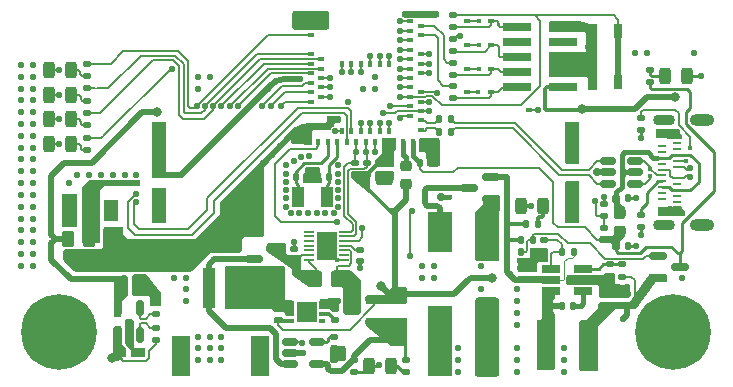
<source format=gbr>
%TF.GenerationSoftware,KiCad,Pcbnew,(6.0.9)*%
%TF.CreationDate,2022-12-01T07:32:15+10:00*%
%TF.ProjectId,NRF52Motherboard,4e524635-324d-46f7-9468-6572626f6172,rev?*%
%TF.SameCoordinates,Original*%
%TF.FileFunction,Copper,L1,Top*%
%TF.FilePolarity,Positive*%
%FSLAX46Y46*%
G04 Gerber Fmt 4.6, Leading zero omitted, Abs format (unit mm)*
G04 Created by KiCad (PCBNEW (6.0.9)) date 2022-12-01 07:32:15*
%MOMM*%
%LPD*%
G01*
G04 APERTURE LIST*
G04 Aperture macros list*
%AMRoundRect*
0 Rectangle with rounded corners*
0 $1 Rounding radius*
0 $2 $3 $4 $5 $6 $7 $8 $9 X,Y pos of 4 corners*
0 Add a 4 corners polygon primitive as box body*
4,1,4,$2,$3,$4,$5,$6,$7,$8,$9,$2,$3,0*
0 Add four circle primitives for the rounded corners*
1,1,$1+$1,$2,$3*
1,1,$1+$1,$4,$5*
1,1,$1+$1,$6,$7*
1,1,$1+$1,$8,$9*
0 Add four rect primitives between the rounded corners*
20,1,$1+$1,$2,$3,$4,$5,0*
20,1,$1+$1,$4,$5,$6,$7,0*
20,1,$1+$1,$6,$7,$8,$9,0*
20,1,$1+$1,$8,$9,$2,$3,0*%
G04 Aperture macros list end*
%TA.AperFunction,SMDPad,CuDef*%
%ADD10RoundRect,0.140000X0.170000X-0.140000X0.170000X0.140000X-0.170000X0.140000X-0.170000X-0.140000X0*%
%TD*%
%TA.AperFunction,SMDPad,CuDef*%
%ADD11RoundRect,0.135000X0.185000X-0.135000X0.185000X0.135000X-0.185000X0.135000X-0.185000X-0.135000X0*%
%TD*%
%TA.AperFunction,SMDPad,CuDef*%
%ADD12R,0.600000X0.450000*%
%TD*%
%TA.AperFunction,SMDPad,CuDef*%
%ADD13RoundRect,0.250000X0.262500X0.450000X-0.262500X0.450000X-0.262500X-0.450000X0.262500X-0.450000X0*%
%TD*%
%TA.AperFunction,SMDPad,CuDef*%
%ADD14RoundRect,0.135000X-0.185000X0.135000X-0.185000X-0.135000X0.185000X-0.135000X0.185000X0.135000X0*%
%TD*%
%TA.AperFunction,SMDPad,CuDef*%
%ADD15RoundRect,0.140000X0.140000X0.170000X-0.140000X0.170000X-0.140000X-0.170000X0.140000X-0.170000X0*%
%TD*%
%TA.AperFunction,ComponentPad*%
%ADD16C,6.400000*%
%TD*%
%TA.AperFunction,ComponentPad*%
%ADD17C,0.800000*%
%TD*%
%TA.AperFunction,SMDPad,CuDef*%
%ADD18RoundRect,0.050000X-0.337500X-0.050000X0.337500X-0.050000X0.337500X0.050000X-0.337500X0.050000X0*%
%TD*%
%TA.AperFunction,SMDPad,CuDef*%
%ADD19R,1.780000X2.350000*%
%TD*%
%TA.AperFunction,SMDPad,CuDef*%
%ADD20R,1.100000X1.100000*%
%TD*%
%TA.AperFunction,SMDPad,CuDef*%
%ADD21RoundRect,0.140000X-0.140000X-0.170000X0.140000X-0.170000X0.140000X0.170000X-0.140000X0.170000X0*%
%TD*%
%TA.AperFunction,SMDPad,CuDef*%
%ADD22RoundRect,0.243750X-0.243750X-0.456250X0.243750X-0.456250X0.243750X0.456250X-0.243750X0.456250X0*%
%TD*%
%TA.AperFunction,SMDPad,CuDef*%
%ADD23R,1.560000X0.650000*%
%TD*%
%TA.AperFunction,SMDPad,CuDef*%
%ADD24R,0.150000X0.150000*%
%TD*%
%TA.AperFunction,SMDPad,CuDef*%
%ADD25RoundRect,0.218750X-0.256250X0.218750X-0.256250X-0.218750X0.256250X-0.218750X0.256250X0.218750X0*%
%TD*%
%TA.AperFunction,SMDPad,CuDef*%
%ADD26RoundRect,0.150000X0.150000X-0.512500X0.150000X0.512500X-0.150000X0.512500X-0.150000X-0.512500X0*%
%TD*%
%TA.AperFunction,SMDPad,CuDef*%
%ADD27R,0.650000X1.200000*%
%TD*%
%TA.AperFunction,SMDPad,CuDef*%
%ADD28RoundRect,0.150000X-0.512500X-0.150000X0.512500X-0.150000X0.512500X0.150000X-0.512500X0.150000X0*%
%TD*%
%TA.AperFunction,SMDPad,CuDef*%
%ADD29R,0.600000X0.400000*%
%TD*%
%TA.AperFunction,SMDPad,CuDef*%
%ADD30R,0.400000X0.600000*%
%TD*%
%TA.AperFunction,SMDPad,CuDef*%
%ADD31RoundRect,0.135000X0.135000X0.185000X-0.135000X0.185000X-0.135000X-0.185000X0.135000X-0.185000X0*%
%TD*%
%TA.AperFunction,SMDPad,CuDef*%
%ADD32RoundRect,0.150000X0.587500X0.150000X-0.587500X0.150000X-0.587500X-0.150000X0.587500X-0.150000X0*%
%TD*%
%TA.AperFunction,SMDPad,CuDef*%
%ADD33R,1.400000X4.200000*%
%TD*%
%TA.AperFunction,SMDPad,CuDef*%
%ADD34R,1.000000X3.500000*%
%TD*%
%TA.AperFunction,SMDPad,CuDef*%
%ADD35R,1.500000X3.400000*%
%TD*%
%TA.AperFunction,SMDPad,CuDef*%
%ADD36R,0.500000X0.750000*%
%TD*%
%TA.AperFunction,SMDPad,CuDef*%
%ADD37R,0.500000X0.400000*%
%TD*%
%TA.AperFunction,SMDPad,CuDef*%
%ADD38R,1.800000X1.800000*%
%TD*%
%TA.AperFunction,SMDPad,CuDef*%
%ADD39R,2.000000X6.000000*%
%TD*%
%TA.AperFunction,SMDPad,CuDef*%
%ADD40R,2.000000X3.500000*%
%TD*%
%TA.AperFunction,SMDPad,CuDef*%
%ADD41R,0.750000X0.250000*%
%TD*%
%TA.AperFunction,SMDPad,CuDef*%
%ADD42R,0.750000X0.300000*%
%TD*%
%TA.AperFunction,ComponentPad*%
%ADD43O,2.050000X1.025000*%
%TD*%
%TA.AperFunction,ComponentPad*%
%ADD44O,1.850000X0.925000*%
%TD*%
%TA.AperFunction,SMDPad,CuDef*%
%ADD45RoundRect,0.243750X0.243750X0.456250X-0.243750X0.456250X-0.243750X-0.456250X0.243750X-0.456250X0*%
%TD*%
%TA.AperFunction,SMDPad,CuDef*%
%ADD46R,2.400000X0.740000*%
%TD*%
%TA.AperFunction,SMDPad,CuDef*%
%ADD47RoundRect,0.135000X-0.135000X-0.185000X0.135000X-0.185000X0.135000X0.185000X-0.135000X0.185000X0*%
%TD*%
%TA.AperFunction,SMDPad,CuDef*%
%ADD48R,1.000000X1.800000*%
%TD*%
%TA.AperFunction,SMDPad,CuDef*%
%ADD49RoundRect,0.150000X-0.587500X-0.150000X0.587500X-0.150000X0.587500X0.150000X-0.587500X0.150000X0*%
%TD*%
%TA.AperFunction,SMDPad,CuDef*%
%ADD50RoundRect,0.140000X-0.170000X0.140000X-0.170000X-0.140000X0.170000X-0.140000X0.170000X0.140000X0*%
%TD*%
%TA.AperFunction,ViaPad*%
%ADD51C,0.550000*%
%TD*%
%TA.AperFunction,ViaPad*%
%ADD52C,0.400000*%
%TD*%
%TA.AperFunction,ViaPad*%
%ADD53C,0.700000*%
%TD*%
%TA.AperFunction,ViaPad*%
%ADD54C,0.800000*%
%TD*%
%TA.AperFunction,Conductor*%
%ADD55C,0.250000*%
%TD*%
%TA.AperFunction,Conductor*%
%ADD56C,0.180000*%
%TD*%
%TA.AperFunction,Conductor*%
%ADD57C,0.550000*%
%TD*%
%TA.AperFunction,Conductor*%
%ADD58C,0.300000*%
%TD*%
%TA.AperFunction,Conductor*%
%ADD59C,0.200000*%
%TD*%
%TA.AperFunction,Conductor*%
%ADD60C,0.400000*%
%TD*%
%TA.AperFunction,Conductor*%
%ADD61C,0.500000*%
%TD*%
%TA.AperFunction,Conductor*%
%ADD62C,0.150000*%
%TD*%
%TA.AperFunction,Conductor*%
%ADD63C,0.100000*%
%TD*%
G04 APERTURE END LIST*
%TO.C,NT6*%
G36*
X77287500Y-104765000D02*
G01*
X76837500Y-104765000D01*
X76837500Y-104615000D01*
X77287500Y-104615000D01*
X77287500Y-104765000D01*
G37*
%TO.C,NT1*%
G36*
X77287500Y-106865000D02*
G01*
X76837500Y-106865000D01*
X76837500Y-106715000D01*
X77287500Y-106715000D01*
X77287500Y-106865000D01*
G37*
%TO.C,NT7*%
G36*
X103825000Y-116225000D02*
G01*
X103675000Y-116225000D01*
X103675000Y-115775000D01*
X103825000Y-115775000D01*
X103825000Y-116225000D01*
G37*
%TO.C,NT2*%
G36*
X77387500Y-102665000D02*
G01*
X76937500Y-102665000D01*
X76937500Y-102515000D01*
X77387500Y-102515000D01*
X77387500Y-102665000D01*
G37*
%TO.C,NT5*%
G36*
X77387500Y-100565000D02*
G01*
X76937500Y-100565000D01*
X76937500Y-100415000D01*
X77387500Y-100415000D01*
X77387500Y-100565000D01*
G37*
%TO.C,NT3*%
G36*
X99775000Y-115175000D02*
G01*
X99625000Y-115175000D01*
X99625000Y-114725000D01*
X99775000Y-114725000D01*
X99775000Y-115175000D01*
G37*
%TO.C,NT4*%
G36*
X119575000Y-113175000D02*
G01*
X119425000Y-113175000D01*
X119425000Y-112725000D01*
X119575000Y-112725000D01*
X119575000Y-113175000D01*
G37*
%TD*%
D10*
%TO.P,C26,1*%
%TO.N,+5V*%
X97312500Y-126480000D03*
%TO.P,C26,2*%
%TO.N,GND*%
X97312500Y-125520000D03*
%TD*%
D11*
%TO.P,R32,1*%
%TO.N,Net-(D16-Pad2)*%
X103450000Y-126610000D03*
%TO.P,R32,2*%
%TO.N,+5V*%
X103450000Y-125590000D03*
%TD*%
%TO.P,R24,1*%
%TO.N,GND*%
X115100000Y-116410000D03*
%TO.P,R24,2*%
%TO.N,/12V EN*%
X115100000Y-115390000D03*
%TD*%
D12*
%TO.P,D5,1,A1*%
%TO.N,/SWDCLK_CONN*%
X110650000Y-100900000D03*
%TO.P,D5,2,A2*%
%TO.N,GND*%
X108550000Y-100900000D03*
%TD*%
D13*
%TO.P,R7,1*%
%TO.N,3V3A*%
X76612500Y-115350000D03*
%TO.P,R7,2*%
%TO.N,+3V3*%
X74787500Y-115350000D03*
%TD*%
D14*
%TO.P,R12,1*%
%TO.N,BT_STATUS_LED*%
X76400000Y-106790000D03*
%TO.P,R12,2*%
%TO.N,Net-(D8-Pad2)*%
X76400000Y-107810000D03*
%TD*%
D15*
%TO.P,C15,1*%
%TO.N,3V3A*%
X76250000Y-113900000D03*
%TO.P,C15,2*%
%TO.N,GND*%
X75290000Y-113900000D03*
%TD*%
D16*
%TO.P,H2,1,1*%
%TO.N,GND*%
X74000000Y-123200000D03*
D17*
X74000000Y-125600000D03*
X76400000Y-123200000D03*
X72302944Y-124897056D03*
X71600000Y-123200000D03*
X75697056Y-124897056D03*
X74000000Y-120800000D03*
X72302944Y-121502944D03*
X75697056Y-121502944D03*
%TD*%
D18*
%TO.P,U2,1,TH*%
%TO.N,unconnected-(U2-Pad1)*%
X95212500Y-114700000D03*
%TO.P,U2,2,NC*%
%TO.N,unconnected-(U2-Pad2)*%
X95212500Y-115100000D03*
%TO.P,U2,3,SW*%
%TO.N,unconnected-(U2-Pad3)*%
X95212500Y-115500000D03*
%TO.P,U2,4,NC*%
%TO.N,unconnected-(U2-Pad4)*%
X95212500Y-115900000D03*
%TO.P,U2,5,NC*%
%TO.N,unconnected-(U2-Pad5)*%
X95212500Y-116300000D03*
%TO.P,U2,6,BATT*%
%TO.N,BATT+*%
X95212500Y-116700000D03*
%TO.P,U2,7,CSN*%
X95212500Y-117100000D03*
%TO.P,U2,8,GND*%
%TO.N,GND*%
X98187500Y-117100000D03*
%TO.P,U2,9,CSPL*%
%TO.N,unconnected-(U2-Pad9)*%
X98187500Y-116700000D03*
%TO.P,U2,10,CELLX*%
%TO.N,BATT_POWER*%
X98187500Y-116300000D03*
%TO.P,U2,11,REG*%
%TO.N,/FUEL_REG*%
X98187500Y-115900000D03*
%TO.P,U2,12,ALRT*%
%TO.N,FUEL_ALRT*%
X98187500Y-115500000D03*
%TO.P,U2,13,SDA*%
%TO.N,SDA*%
X98187500Y-115100000D03*
%TO.P,U2,14,SCL*%
%TO.N,SCL*%
X98187500Y-114700000D03*
D19*
%TO.P,U2,15,GND*%
%TO.N,GND*%
X96700000Y-115900000D03*
%TD*%
D20*
%TO.P,D11,1,K*%
%TO.N,VCC*%
X102900000Y-120000000D03*
%TO.P,D11,2,A*%
%TO.N,+5V*%
X102900000Y-122800000D03*
%TD*%
D21*
%TO.P,C23,1*%
%TO.N,GND*%
X75290000Y-112900000D03*
%TO.P,C23,2*%
%TO.N,3V3A*%
X76250000Y-112900000D03*
%TD*%
D22*
%TO.P,D9,1,K*%
%TO.N,GND*%
X73162500Y-103100000D03*
%TO.P,D9,2,A*%
%TO.N,Net-(D9-Pad2)*%
X75037500Y-103100000D03*
%TD*%
D21*
%TO.P,C14,1*%
%TO.N,VCC*%
X79470000Y-124937500D03*
%TO.P,C14,2*%
%TO.N,GND*%
X80430000Y-124937500D03*
%TD*%
D23*
%TO.P,U4,1,BST*%
%TO.N,/BST*%
X118430000Y-119750000D03*
%TO.P,U4,2,GND*%
%TO.N,GND*%
X118430000Y-118800000D03*
%TO.P,U4,3,FB*%
%TO.N,/FB*%
X118430000Y-117850000D03*
%TO.P,U4,4,EN*%
%TO.N,/12V EN*%
X115730000Y-117850000D03*
%TO.P,U4,5,VIN*%
%TO.N,+12V*%
X115730000Y-118800000D03*
%TO.P,U4,6,SW*%
%TO.N,/SW*%
X115730000Y-119750000D03*
%TD*%
D10*
%TO.P,C3,1*%
%TO.N,BATT+*%
X93900000Y-117180000D03*
%TO.P,C3,2*%
%TO.N,GND*%
X93900000Y-116220000D03*
%TD*%
D15*
%TO.P,C25,1*%
%TO.N,3V3A*%
X76240000Y-111900000D03*
%TO.P,C25,2*%
%TO.N,GND*%
X75280000Y-111900000D03*
%TD*%
D22*
%TO.P,D13,1,K*%
%TO.N,GND*%
X113162500Y-112500000D03*
%TO.P,D13,2,A*%
%TO.N,Net-(D13-Pad2)*%
X115037500Y-112500000D03*
%TD*%
%TO.P,D8,1,K*%
%TO.N,GND*%
X73162500Y-107300000D03*
%TO.P,D8,2,A*%
%TO.N,Net-(D8-Pad2)*%
X75037500Y-107300000D03*
%TD*%
D21*
%TO.P,C12,1*%
%TO.N,+3V3*%
X79570000Y-118737500D03*
%TO.P,C12,2*%
%TO.N,GND*%
X80530000Y-118737500D03*
%TD*%
D24*
%TO.P,NT6,1,1*%
%TO.N,P1.12*%
X77212500Y-104690000D03*
%TO.P,NT6,2,2*%
%TO.N,STATUS_LED3*%
X76912500Y-104690000D03*
%TD*%
D25*
%TO.P,L1,1,1*%
%TO.N,V_USB*%
X121500000Y-113112500D03*
%TO.P,L1,2,2*%
%TO.N,V_USB_FILT*%
X121500000Y-114687500D03*
%TD*%
D24*
%TO.P,NT1,1,1*%
%TO.N,P0.13*%
X77212500Y-106790000D03*
%TO.P,NT1,2,2*%
%TO.N,BT_STATUS_LED*%
X76912500Y-106790000D03*
%TD*%
D17*
%TO.P,H4,1,1*%
%TO.N,GND*%
X128400000Y-123200000D03*
X126000000Y-125600000D03*
X124302944Y-124897056D03*
X127697056Y-124897056D03*
X126000000Y-120800000D03*
X123600000Y-123200000D03*
X127697056Y-121502944D03*
X124302944Y-121502944D03*
D16*
X126000000Y-123200000D03*
%TD*%
D26*
%TO.P,U5,1,IN*%
%TO.N,VCC*%
X79000000Y-123475000D03*
%TO.P,U5,2,GND*%
%TO.N,GND*%
X79950000Y-123475000D03*
%TO.P,U5,3,EN*%
%TO.N,3V3_EN*%
X80900000Y-123475000D03*
%TO.P,U5,4,BP*%
%TO.N,/BP*%
X80900000Y-121200000D03*
%TO.P,U5,5,OUT*%
%TO.N,+3V3*%
X79000000Y-121200000D03*
%TD*%
D27*
%TO.P,SW1,1,A*%
%TO.N,~{NRF_RESET}*%
X121375000Y-102050000D03*
X121375000Y-97750000D03*
%TO.P,SW1,2,B*%
%TO.N,GND*%
X119225000Y-97750000D03*
X119225000Y-102050000D03*
%TD*%
D14*
%TO.P,R6,1*%
%TO.N,/FB*%
X121700000Y-117490000D03*
%TO.P,R6,2*%
%TO.N,+5V*%
X121700000Y-118510000D03*
%TD*%
D28*
%TO.P,U7,1,I/O1*%
%TO.N,USB_D+*%
X120562500Y-108750000D03*
%TO.P,U7,2,GND*%
%TO.N,GND*%
X120562500Y-109700000D03*
%TO.P,U7,3,I/O2*%
%TO.N,USB_D-*%
X120562500Y-110650000D03*
%TO.P,U7,4,I/O2*%
%TO.N,USB_CONN_D-*%
X122837500Y-110650000D03*
%TO.P,U7,5,VBUS*%
%TO.N,V_USB*%
X122837500Y-109700000D03*
%TO.P,U7,6,I/O1*%
%TO.N,USB_CONN_D+*%
X122837500Y-108750000D03*
%TD*%
D24*
%TO.P,NT7,1,1*%
%TO.N,~{CHARGE}*%
X103750000Y-116150000D03*
%TO.P,NT7,2,2*%
%TO.N,P1.09*%
X103750000Y-115850000D03*
%TD*%
D14*
%TO.P,R11,1*%
%TO.N,STATUS_LED1*%
X76400000Y-100490000D03*
%TO.P,R11,2*%
%TO.N,Net-(D7-Pad2)*%
X76400000Y-101510000D03*
%TD*%
D10*
%TO.P,C10,1*%
%TO.N,+5V*%
X120100000Y-120980000D03*
%TO.P,C10,2*%
%TO.N,GND*%
X120100000Y-120020000D03*
%TD*%
D25*
%TO.P,L3,1,1*%
%TO.N,/DCCH*%
X103400000Y-109112500D03*
%TO.P,L3,2,2*%
%TO.N,VCC*%
X103400000Y-110687500D03*
%TD*%
D21*
%TO.P,C16,1*%
%TO.N,3V3A*%
X77220000Y-113400000D03*
%TO.P,C16,2*%
%TO.N,GND*%
X78180000Y-113400000D03*
%TD*%
D29*
%TO.P,U6,1,GND*%
%TO.N,GND*%
X95350000Y-96200000D03*
%TO.P,U6,2,GND*%
X95350000Y-97300000D03*
%TO.P,U6,3,P1.10*%
%TO.N,P1.10*%
X95350000Y-98100000D03*
%TO.P,U6,4,P1.11*%
%TO.N,P1.11*%
X95350000Y-99700000D03*
%TO.P,U6,5,P1.12*%
%TO.N,P1.12*%
X96250000Y-100100000D03*
%TO.P,U6,6,P1.13*%
%TO.N,P1.13*%
X95350000Y-100500000D03*
%TO.P,U6,7,P1.14*%
%TO.N,P1.14*%
X96250000Y-100900000D03*
%TO.P,U6,8,P1.15*%
%TO.N,P1.15*%
X95350000Y-101300000D03*
%TO.P,U6,9,P0.03/AIN1*%
%TO.N,AIN1*%
X96250000Y-101700000D03*
%TO.P,U6,10,P0.29/AIN5*%
%TO.N,AIN5*%
X95350000Y-102100000D03*
%TO.P,U6,11,P0.02/AIN0*%
%TO.N,AIN0*%
X96250000Y-102500000D03*
%TO.P,U6,12,P0.31/AIN7*%
%TO.N,AIN7*%
X95350000Y-102900000D03*
%TO.P,U6,13,P0.28/AIN4*%
%TO.N,AIN4*%
X96250000Y-103300000D03*
%TO.P,U6,14,P0.30/AIN6*%
%TO.N,AIN6*%
X95350000Y-103700000D03*
D30*
%TO.P,U6,15,GND*%
%TO.N,GND*%
X95200000Y-107100000D03*
%TO.P,U6,16,P0.27*%
%TO.N,/P0.27*%
X96000000Y-107100000D03*
%TO.P,U6,17,XL1/P0.00*%
%TO.N,/XL1*%
X96800000Y-107100000D03*
%TO.P,U6,18,XL2/P0.01*%
%TO.N,/XL2*%
X97600000Y-107100000D03*
%TO.P,U6,19,P0.26*%
%TO.N,P0.26*%
X98000000Y-106200000D03*
%TO.P,U6,20,P0.04/AIN2*%
%TO.N,AIN2*%
X98400000Y-107100000D03*
%TO.P,U6,21,P0.05/AIN3*%
%TO.N,AIN3*%
X98800000Y-106200000D03*
%TO.P,U6,22,P0.06*%
%TO.N,SCL*%
X99200000Y-107100000D03*
%TO.P,U6,23,TRACECLK/P0.07*%
%TO.N,P0.07*%
X99600000Y-106200000D03*
%TO.P,U6,24,P0.08*%
%TO.N,SDA*%
X100000000Y-107100000D03*
%TO.P,U6,25,P1.08*%
%TO.N,P1.08*%
X100400000Y-106200000D03*
%TO.P,U6,26,TRACEDATA3/P1.09*%
%TO.N,P1.09*%
X100800000Y-107100000D03*
%TO.P,U6,27,TRACEDATA2/P0.11*%
%TO.N,P0.11*%
X101200000Y-106200000D03*
%TO.P,U6,28,VDD*%
%TO.N,VCC*%
X101600000Y-107100000D03*
%TO.P,U6,29,TRACEDATA1/P0.12*%
%TO.N,P0.12*%
X102000000Y-106200000D03*
%TO.P,U6,30,VDDH*%
%TO.N,VCC*%
X102400000Y-107100000D03*
%TO.P,U6,31,DCCH*%
%TO.N,/DCCH*%
X103200000Y-107100000D03*
%TO.P,U6,32,VBUS*%
%TO.N,V_USB_FILT*%
X104000000Y-107100000D03*
%TO.P,U6,33,GND*%
%TO.N,GND*%
X104800000Y-107100000D03*
D29*
%TO.P,U6,34,D-*%
%TO.N,/D-*%
X104650000Y-106100000D03*
%TO.P,U6,35,D+*%
%TO.N,/D+*%
X104650000Y-105300000D03*
%TO.P,U6,36,P0.14*%
%TO.N,P0.14*%
X103750000Y-104900000D03*
%TO.P,U6,37,P0.13*%
%TO.N,P0.13*%
X104650000Y-104500000D03*
%TO.P,U6,38,P0.16*%
%TO.N,P0.16*%
X103750000Y-104100000D03*
%TO.P,U6,39,P0.15*%
%TO.N,P0.15*%
X104650000Y-103700000D03*
%TO.P,U6,40,~{RESET}/P0.18*%
%TO.N,~{NRF_RESET}*%
X103750000Y-103300000D03*
%TO.P,U6,41,P0.17*%
%TO.N,P0.17*%
X104650000Y-102900000D03*
%TO.P,U6,42,P0.19*%
%TO.N,P0.19*%
X103750000Y-102500000D03*
%TO.P,U6,43,P0.21*%
%TO.N,P0.21*%
X103750000Y-101700000D03*
%TO.P,U6,44,P0.20*%
%TO.N,P0.20*%
X104650000Y-101300000D03*
%TO.P,U6,45,P0.23*%
%TO.N,P0.23*%
X103750000Y-100900000D03*
%TO.P,U6,46,P0.22*%
%TO.N,P0.22*%
X104650000Y-100500000D03*
%TO.P,U6,47,TRACEDATA0/P1.00*%
%TO.N,NRF_SWO*%
X103750000Y-100100000D03*
%TO.P,U6,48,P0.24*%
%TO.N,P0.24*%
X104650000Y-99700000D03*
%TO.P,U6,49,P0.25*%
%TO.N,P0.25*%
X103750000Y-99300000D03*
%TO.P,U6,50,P1.02*%
%TO.N,P1.02*%
X103750000Y-98500000D03*
%TO.P,U6,51,SWDIO*%
%TO.N,SWDIO*%
X104650000Y-98100000D03*
%TO.P,U6,52,P0.09/NFC1*%
%TO.N,NFC1*%
X103750000Y-97700000D03*
%TO.P,U6,53,SWDCLK*%
%TO.N,SWDCLK*%
X104650000Y-97300000D03*
%TO.P,U6,54,P0.10/NFC2*%
%TO.N,NFC2*%
X103750000Y-96900000D03*
%TO.P,U6,55,GND*%
%TO.N,GND*%
X104650000Y-96200000D03*
D30*
%TO.P,U6,56,P1.04*%
%TO.N,P1.04*%
X98000000Y-100500000D03*
%TO.P,U6,57,P1.06*%
%TO.N,P1.06*%
X98800000Y-100500000D03*
%TO.P,U6,58,P1.07*%
%TO.N,P1.07*%
X99600000Y-100500000D03*
%TO.P,U6,59,P1.05*%
%TO.N,P1.05*%
X100400000Y-100500000D03*
%TO.P,U6,60,P1.03*%
%TO.N,P1.03*%
X101200000Y-100500000D03*
%TO.P,U6,61,P1.01*%
%TO.N,P1.01*%
X102000000Y-100500000D03*
%TD*%
D12*
%TO.P,D2,1,A1*%
%TO.N,VCC*%
X115950000Y-104400000D03*
%TO.P,D2,2,A2*%
%TO.N,GND*%
X113850000Y-104400000D03*
%TD*%
%TO.P,D6,1,A1*%
%TO.N,/~{NRF_RESET_CONN}*%
X110650000Y-96900000D03*
%TO.P,D6,2,A2*%
%TO.N,GND*%
X108550000Y-96900000D03*
%TD*%
D11*
%TO.P,R1,1*%
%TO.N,/AP9211_VM*%
X97400000Y-122210000D03*
%TO.P,R1,2*%
%TO.N,GND*%
X97400000Y-121190000D03*
%TD*%
D14*
%TO.P,R25,1*%
%TO.N,3V3_EN*%
X82250000Y-122827500D03*
%TO.P,R25,2*%
%TO.N,VCC*%
X82250000Y-123847500D03*
%TD*%
D21*
%TO.P,C11,1*%
%TO.N,+3V3*%
X79570000Y-119737500D03*
%TO.P,C11,2*%
%TO.N,GND*%
X80530000Y-119737500D03*
%TD*%
D22*
%TO.P,D10,1,K*%
%TO.N,GND*%
X73162500Y-105200000D03*
%TO.P,D10,2,A*%
%TO.N,Net-(D10-Pad2)*%
X75037500Y-105200000D03*
%TD*%
D10*
%TO.P,C19,1*%
%TO.N,GND*%
X101100000Y-109880000D03*
%TO.P,C19,2*%
%TO.N,VCC*%
X101100000Y-108920000D03*
%TD*%
D12*
%TO.P,D4,1,A1*%
%TO.N,/SWO_CONN*%
X110650000Y-98900000D03*
%TO.P,D4,2,A2*%
%TO.N,GND*%
X108550000Y-98900000D03*
%TD*%
D14*
%TO.P,R13,1*%
%TO.N,V_USB_CONNECTED*%
X120200000Y-114390000D03*
%TO.P,R13,2*%
%TO.N,V_USB_FILT*%
X120200000Y-115410000D03*
%TD*%
D21*
%TO.P,C18,1*%
%TO.N,V_USB_FILT*%
X104620000Y-108912500D03*
%TO.P,C18,2*%
%TO.N,GND*%
X105580000Y-108912500D03*
%TD*%
D31*
%TO.P,R16,1*%
%TO.N,USB_D+*%
X107210000Y-105200000D03*
%TO.P,R16,2*%
%TO.N,/D+*%
X106190000Y-105200000D03*
%TD*%
D14*
%TO.P,R10,1*%
%TO.N,/CC2*%
X123300000Y-105090000D03*
%TO.P,R10,2*%
%TO.N,GND*%
X123300000Y-106110000D03*
%TD*%
%TO.P,R17,1*%
%TO.N,GND*%
X120200000Y-112390000D03*
%TO.P,R17,2*%
%TO.N,V_USB_CONNECTED*%
X120200000Y-113410000D03*
%TD*%
D10*
%TO.P,C13,1*%
%TO.N,/BP*%
X82250000Y-121717500D03*
%TO.P,C13,2*%
%TO.N,GND*%
X82250000Y-120757500D03*
%TD*%
%TO.P,C6,1*%
%TO.N,+12V*%
X114200000Y-118780000D03*
%TO.P,C6,2*%
%TO.N,GND*%
X114200000Y-117820000D03*
%TD*%
D32*
%TO.P,Q1,1,G*%
%TO.N,GND*%
X110637500Y-111950000D03*
%TO.P,Q1,2,S*%
%TO.N,+12V*%
X110637500Y-110050000D03*
%TO.P,Q1,3,D*%
%TO.N,12V_CONN*%
X108762500Y-111000000D03*
%TD*%
%TO.P,Q4,1,G*%
%TO.N,BATT-*%
X92437500Y-117950000D03*
%TO.P,Q4,2,S*%
%TO.N,BATT+*%
X92437500Y-116050000D03*
%TO.P,Q4,3,D*%
%TO.N,BAT+_CONN*%
X90562500Y-117000000D03*
%TD*%
D24*
%TO.P,NT2,1,1*%
%TO.N,STATUS_LED2*%
X77012500Y-102590000D03*
%TO.P,NT2,2,2*%
%TO.N,P1.11*%
X77312500Y-102590000D03*
%TD*%
D11*
%TO.P,R8,1*%
%TO.N,GND*%
X120700000Y-118510000D03*
%TO.P,R8,2*%
%TO.N,/FB*%
X120700000Y-117490000D03*
%TD*%
D33*
%TO.P,L2,1,1*%
%TO.N,/SW*%
X115230000Y-124300000D03*
%TO.P,L2,2,2*%
%TO.N,+5V*%
X118930000Y-124300000D03*
%TD*%
D12*
%TO.P,D1,1,A1*%
%TO.N,GND*%
X107100000Y-111800000D03*
%TO.P,D1,2,A2*%
%TO.N,12V_CONN*%
X105000000Y-111800000D03*
%TD*%
D11*
%TO.P,R4,1*%
%TO.N,GND*%
X97312500Y-124610000D03*
%TO.P,R4,2*%
%TO.N,/PROG*%
X97312500Y-123590000D03*
%TD*%
D13*
%TO.P,R2,1*%
%TO.N,BATT_POWER*%
X97612500Y-118690000D03*
%TO.P,R2,2*%
%TO.N,BATT+*%
X95787500Y-118690000D03*
%TD*%
D28*
%TO.P,U3,1,~{CHARGE}*%
%TO.N,~{CHARGE}*%
X93612500Y-124050000D03*
%TO.P,U3,2,GND*%
%TO.N,GND*%
X93612500Y-125000000D03*
%TO.P,U3,3,BATT*%
%TO.N,BAT+_CONN*%
X93612500Y-125950000D03*
%TO.P,U3,4,VCC*%
%TO.N,+5V*%
X95887500Y-125950000D03*
%TO.P,U3,5,PROG*%
%TO.N,/PROG*%
X95887500Y-124050000D03*
%TD*%
D31*
%TO.P,R5,1*%
%TO.N,GND*%
X114210000Y-116400000D03*
%TO.P,R5,2*%
%TO.N,/12V__GATE_EN*%
X113190000Y-116400000D03*
%TD*%
D21*
%TO.P,C24,1*%
%TO.N,3V3A*%
X77220000Y-112400000D03*
%TO.P,C24,2*%
%TO.N,GND*%
X78180000Y-112400000D03*
%TD*%
D14*
%TO.P,R29,1*%
%TO.N,~{NRF_RESET}*%
X107400000Y-96390000D03*
%TO.P,R29,2*%
%TO.N,/~{NRF_RESET_CONN}*%
X107400000Y-97410000D03*
%TD*%
D21*
%TO.P,C2,1*%
%TO.N,V_USB_FILT*%
X121220000Y-115900000D03*
%TO.P,C2,2*%
%TO.N,GND*%
X122180000Y-115900000D03*
%TD*%
D14*
%TO.P,R20,1*%
%TO.N,SCL*%
X99100000Y-108890000D03*
%TO.P,R20,2*%
%TO.N,VCC*%
X99100000Y-109910000D03*
%TD*%
%TO.P,R9,1*%
%TO.N,/CC1*%
X123300000Y-113290000D03*
%TO.P,R9,2*%
%TO.N,GND*%
X123300000Y-114310000D03*
%TD*%
D22*
%TO.P,D16,1,K*%
%TO.N,~{CHARGE}*%
X100312500Y-126100000D03*
%TO.P,D16,2,A*%
%TO.N,Net-(D16-Pad2)*%
X102187500Y-126100000D03*
%TD*%
D14*
%TO.P,R26,1*%
%TO.N,SWDIO*%
X107400000Y-102390000D03*
%TO.P,R26,2*%
%TO.N,/SWDIO_CONN*%
X107400000Y-103410000D03*
%TD*%
D10*
%TO.P,C7,1*%
%TO.N,+12V*%
X113200000Y-118780000D03*
%TO.P,C7,2*%
%TO.N,GND*%
X113200000Y-117820000D03*
%TD*%
D34*
%TO.P,J6,1,1*%
%TO.N,BAT+_CONN*%
X86700000Y-119450000D03*
%TO.P,J6,2,2*%
%TO.N,BATT-*%
X88700000Y-119450000D03*
D35*
%TO.P,J6,S1,SHIELD*%
X84350000Y-125200000D03*
%TO.P,J6,S2,SHIELD*%
X91050000Y-125200000D03*
%TD*%
D21*
%TO.P,C21,1*%
%TO.N,/XL1*%
X94070000Y-110100000D03*
%TO.P,C21,2*%
%TO.N,GND*%
X95030000Y-110100000D03*
%TD*%
D36*
%TO.P,U1,1,S1*%
%TO.N,BATT-*%
X93650000Y-120900000D03*
D37*
%TO.P,U1,2,VSS*%
X93650000Y-121675000D03*
%TO.P,U1,3,VDD*%
%TO.N,VCC*%
X93650000Y-122275000D03*
%TO.P,U1,4,NC*%
%TO.N,unconnected-(U1-Pad4)*%
X96350000Y-122275000D03*
%TO.P,U1,5,VM*%
%TO.N,/AP9211_VM*%
X96350000Y-121675000D03*
D36*
%TO.P,U1,6,S2*%
%TO.N,GND*%
X96350000Y-120900000D03*
D38*
%TO.P,U1,7,NC*%
%TO.N,unconnected-(U1-Pad7)*%
X95000000Y-121500000D03*
%TD*%
D24*
%TO.P,NT5,1,1*%
%TO.N,P1.10*%
X77312500Y-100490000D03*
%TO.P,NT5,2,2*%
%TO.N,STATUS_LED1*%
X77012500Y-100490000D03*
%TD*%
D14*
%TO.P,R27,1*%
%TO.N,SWDCLK*%
X107400000Y-100390000D03*
%TO.P,R27,2*%
%TO.N,/SWDCLK_CONN*%
X107400000Y-101410000D03*
%TD*%
D12*
%TO.P,D3,1,A1*%
%TO.N,/SWDIO_CONN*%
X110650000Y-102900000D03*
%TO.P,D3,2,A2*%
%TO.N,GND*%
X108550000Y-102900000D03*
%TD*%
D11*
%TO.P,R30,1*%
%TO.N,~{CHARGE}*%
X99050000Y-126610000D03*
%TO.P,R30,2*%
%TO.N,+5V*%
X99050000Y-125590000D03*
%TD*%
D14*
%TO.P,R28,1*%
%TO.N,NRF_SWO*%
X107400000Y-98390000D03*
%TO.P,R28,2*%
%TO.N,/SWO_CONN*%
X107400000Y-99410000D03*
%TD*%
D15*
%TO.P,C8,1*%
%TO.N,/BST*%
X117580000Y-121000000D03*
%TO.P,C8,2*%
%TO.N,/SW*%
X116620000Y-121000000D03*
%TD*%
D24*
%TO.P,NT3,1,1*%
%TO.N,/P0.27*%
X99700000Y-114800000D03*
%TO.P,NT3,2,2*%
%TO.N,FUEL_ALRT*%
X99700000Y-115100000D03*
%TD*%
D39*
%TO.P,J1,1_1,1*%
%TO.N,12V_CONN*%
X106300000Y-124000000D03*
D40*
%TO.P,J1,1_2,1*%
X106300000Y-114750000D03*
D39*
%TO.P,J1,2_1,2*%
%TO.N,GND*%
X110300000Y-124000000D03*
D40*
%TO.P,J1,2_2,2*%
X110300000Y-114750000D03*
%TD*%
D10*
%TO.P,C4,1*%
%TO.N,VCC*%
X92600000Y-122180000D03*
%TO.P,C4,2*%
%TO.N,BATT-*%
X92600000Y-121220000D03*
%TD*%
D11*
%TO.P,R21,1*%
%TO.N,V_USB_FILT*%
X124100000Y-102010000D03*
%TO.P,R21,2*%
%TO.N,Net-(D12-Pad2)*%
X124100000Y-100990000D03*
%TD*%
D31*
%TO.P,R3,1*%
%TO.N,/12V__GATE_EN*%
X114210000Y-115400000D03*
%TO.P,R3,2*%
%TO.N,+12V*%
X113190000Y-115400000D03*
%TD*%
D41*
%TO.P,J3,A1,GNDA*%
%TO.N,GND*%
X125125000Y-112750000D03*
%TO.P,J3,A2,TX1_P*%
%TO.N,unconnected-(J3-PadA2)*%
X125125000Y-111950000D03*
%TO.P,J3,A3,TX1_N*%
%TO.N,unconnected-(J3-PadA3)*%
X125125000Y-111450000D03*
%TO.P,J3,A4,VBUS_A*%
%TO.N,V_USB*%
X125125000Y-110950000D03*
%TO.P,J3,A5,CC1*%
%TO.N,/CC1*%
X125125000Y-110450000D03*
%TO.P,J3,A6,DA_P*%
%TO.N,USB_CONN_D+*%
X125125000Y-109950000D03*
%TO.P,J3,A7,DA_N*%
%TO.N,USB_CONN_D-*%
X125125000Y-109450000D03*
%TO.P,J3,A8,SBU1*%
%TO.N,unconnected-(J3-PadA8)*%
X125125000Y-108950000D03*
%TO.P,J3,A9,VBUS_A*%
%TO.N,V_USB*%
X125125000Y-108450000D03*
%TO.P,J3,A10,RX2_N*%
%TO.N,unconnected-(J3-PadA10)*%
X125125000Y-107950000D03*
%TO.P,J3,A11,RX2_P*%
%TO.N,unconnected-(J3-PadA11)*%
X125125000Y-107450000D03*
%TO.P,J3,A12,GNDA*%
%TO.N,GND*%
X125125000Y-106650000D03*
%TO.P,J3,B1,GNDB*%
X126375000Y-106700000D03*
%TO.P,J3,B2,TX2_P*%
%TO.N,unconnected-(J3-PadB2)*%
X126375000Y-107200000D03*
%TO.P,J3,B3,TX2_N*%
%TO.N,unconnected-(J3-PadB3)*%
X126375000Y-107700000D03*
%TO.P,J3,B4,VBUS_B*%
%TO.N,V_USB*%
X126375000Y-108200000D03*
%TO.P,J3,B5,CC2*%
%TO.N,/CC2*%
X126375000Y-108700000D03*
%TO.P,J3,B6,DB_P*%
%TO.N,USB_CONN_D+*%
X126375000Y-109200000D03*
%TO.P,J3,B7,DB_N*%
%TO.N,USB_CONN_D-*%
X126375000Y-110200000D03*
%TO.P,J3,B8,SBU2*%
%TO.N,unconnected-(J3-PadB8)*%
X126375000Y-110700000D03*
%TO.P,J3,B9,VBUS_B*%
%TO.N,V_USB*%
X126375000Y-111200000D03*
%TO.P,J3,B10,RX1_N*%
%TO.N,unconnected-(J3-PadB10)*%
X126375000Y-111700000D03*
%TO.P,J3,B11,RX1_P*%
%TO.N,unconnected-(J3-PadB11)*%
X126375000Y-112200000D03*
%TO.P,J3,B12,GNDB*%
%TO.N,GND*%
X126375000Y-112700000D03*
D42*
%TO.P,J3,G1,GND*%
X125125000Y-113250000D03*
%TO.P,J3,G2,GND*%
X125125000Y-106150000D03*
D43*
%TO.P,J3,S1,SHIELD*%
%TO.N,unconnected-(J3-PadS1)*%
X128500000Y-114150000D03*
%TO.P,J3,S2,SHIELD*%
X128500000Y-105250000D03*
D44*
%TO.P,J3,S3,SHIELD*%
X125300000Y-114150000D03*
%TO.P,J3,S4,SHIELD*%
X125300000Y-105250000D03*
%TD*%
D10*
%TO.P,C9,1*%
%TO.N,+5V*%
X121100000Y-120980000D03*
%TO.P,C9,2*%
%TO.N,GND*%
X121100000Y-120020000D03*
%TD*%
D14*
%TO.P,R14,1*%
%TO.N,STATUS_LED2*%
X76400000Y-102590000D03*
%TO.P,R14,2*%
%TO.N,Net-(D9-Pad2)*%
X76400000Y-103610000D03*
%TD*%
D45*
%TO.P,D12,1,K*%
%TO.N,GND*%
X127237500Y-101500000D03*
%TO.P,D12,2,A*%
%TO.N,Net-(D12-Pad2)*%
X125362500Y-101500000D03*
%TD*%
D46*
%TO.P,J2,1,Pin_1*%
%TO.N,VCC*%
X116750000Y-102440000D03*
%TO.P,J2,2,Pin_2*%
%TO.N,/SWDIO_CONN*%
X112850000Y-102440000D03*
%TO.P,J2,3,Pin_3*%
%TO.N,GND*%
X116750000Y-101170000D03*
%TO.P,J2,4,Pin_4*%
%TO.N,/SWDCLK_CONN*%
X112850000Y-101170000D03*
%TO.P,J2,5,Pin_5*%
%TO.N,GND*%
X116750000Y-99900000D03*
%TO.P,J2,6,Pin_6*%
%TO.N,/SWO_CONN*%
X112850000Y-99900000D03*
%TO.P,J2,7,Pin_7*%
%TO.N,unconnected-(J2-Pad7)*%
X116750000Y-98630000D03*
%TO.P,J2,8,Pin_8*%
%TO.N,unconnected-(J2-Pad8)*%
X112850000Y-98630000D03*
%TO.P,J2,9,Pin_9*%
%TO.N,GND*%
X116750000Y-97360000D03*
%TO.P,J2,10,Pin_10*%
%TO.N,/~{NRF_RESET_CONN}*%
X112850000Y-97360000D03*
%TD*%
D24*
%TO.P,NT4,1,1*%
%TO.N,V_USB_CONNECTED*%
X119500000Y-113100000D03*
%TO.P,NT4,2,2*%
%TO.N,P0.26*%
X119500000Y-112800000D03*
%TD*%
D15*
%TO.P,C22,1*%
%TO.N,/XL2*%
X96930000Y-110100000D03*
%TO.P,C22,2*%
%TO.N,GND*%
X95970000Y-110100000D03*
%TD*%
D21*
%TO.P,C1,1*%
%TO.N,V_USB*%
X121220000Y-111900000D03*
%TO.P,C1,2*%
%TO.N,GND*%
X122180000Y-111900000D03*
%TD*%
D47*
%TO.P,R22,1*%
%TO.N,+12V*%
X113590000Y-114100000D03*
%TO.P,R22,2*%
%TO.N,Net-(D13-Pad2)*%
X114610000Y-114100000D03*
%TD*%
D10*
%TO.P,C27,1*%
%TO.N,+5V*%
X122100000Y-120980000D03*
%TO.P,C27,2*%
%TO.N,GND*%
X122100000Y-120020000D03*
%TD*%
D47*
%TO.P,R23,1*%
%TO.N,/12V EN*%
X116590000Y-116400000D03*
%TO.P,R23,2*%
%TO.N,+12V*%
X117610000Y-116400000D03*
%TD*%
D48*
%TO.P,Y1,1,1*%
%TO.N,/XL1*%
X94250000Y-111775000D03*
%TO.P,Y1,2,2*%
%TO.N,/XL2*%
X96750000Y-111775000D03*
%TD*%
D31*
%TO.P,R15,1*%
%TO.N,USB_D-*%
X107210000Y-106300000D03*
%TO.P,R15,2*%
%TO.N,/D-*%
X106190000Y-106300000D03*
%TD*%
D49*
%TO.P,Q2,1,G*%
%TO.N,/12V__GATE_EN*%
X124762500Y-116750000D03*
%TO.P,Q2,2,S*%
%TO.N,+5V*%
X124762500Y-118650000D03*
%TO.P,Q2,3,D*%
%TO.N,V_USB_FILT*%
X126637500Y-117700000D03*
%TD*%
D50*
%TO.P,C5,1*%
%TO.N,/FUEL_REG*%
X99500000Y-116240000D03*
%TO.P,C5,2*%
%TO.N,GND*%
X99500000Y-117200000D03*
%TD*%
D14*
%TO.P,R18,1*%
%TO.N,STATUS_LED3*%
X76400000Y-104690000D03*
%TO.P,R18,2*%
%TO.N,Net-(D10-Pad2)*%
X76400000Y-105710000D03*
%TD*%
D10*
%TO.P,C20,1*%
%TO.N,GND*%
X102100000Y-109880000D03*
%TO.P,C20,2*%
%TO.N,VCC*%
X102100000Y-108920000D03*
%TD*%
D22*
%TO.P,D7,1,K*%
%TO.N,GND*%
X73162500Y-101000000D03*
%TO.P,D7,2,A*%
%TO.N,Net-(D7-Pad2)*%
X75037500Y-101000000D03*
%TD*%
D32*
%TO.P,Q3,1,G*%
%TO.N,+5V*%
X100737500Y-122350000D03*
%TO.P,Q3,2,S*%
%TO.N,VCC*%
X100737500Y-120450000D03*
%TO.P,Q3,3,D*%
%TO.N,BATT_POWER*%
X98862500Y-121400000D03*
%TD*%
D14*
%TO.P,R19,1*%
%TO.N,SDA*%
X100100000Y-108890000D03*
%TO.P,R19,2*%
%TO.N,VCC*%
X100100000Y-109910000D03*
%TD*%
D51*
%TO.N,GND*%
X96000000Y-97100500D03*
X83800000Y-117600000D03*
X77800000Y-116600000D03*
X90300000Y-104000000D03*
X78800000Y-116600000D03*
X75800000Y-116600000D03*
X117200000Y-113125000D03*
X112800000Y-122600000D03*
X71800000Y-116600000D03*
X74600000Y-113900000D03*
X99500000Y-117820000D03*
X93700000Y-113100000D03*
X95200000Y-106400000D03*
X74600000Y-111900000D03*
X88200000Y-106100000D03*
X127800000Y-99600000D03*
X117800000Y-106275000D03*
X93450000Y-101800000D03*
X85800000Y-115600000D03*
X93900000Y-115600000D03*
X90800000Y-112600000D03*
X90800000Y-110600000D03*
D52*
X96500000Y-115400000D03*
D51*
X71800000Y-106600000D03*
X117200000Y-106275000D03*
X116800000Y-125600000D03*
X80600000Y-109900000D03*
X84800000Y-116600000D03*
X74900000Y-110600000D03*
X70800000Y-103600000D03*
X70800000Y-114600000D03*
X70800000Y-106600000D03*
X86800000Y-123600000D03*
X90800000Y-114600000D03*
X102000000Y-110500000D03*
X84800000Y-119600000D03*
X89800000Y-110600000D03*
X88900000Y-105400000D03*
X79800000Y-115600000D03*
X109600000Y-120584000D03*
X82800000Y-109875000D03*
X70800000Y-104600000D03*
X117800000Y-111925000D03*
X117800000Y-108675000D03*
X74000000Y-101000000D03*
X118800000Y-99900000D03*
X99800000Y-102600000D03*
X117200000Y-113725000D03*
X82800000Y-108675000D03*
X85800000Y-124600000D03*
X114600000Y-104400000D03*
X71800000Y-115600000D03*
X97000000Y-105200000D03*
X82800000Y-117600000D03*
X82800000Y-105675000D03*
X97700000Y-111200000D03*
X87800000Y-125600000D03*
X94100000Y-97100500D03*
X97600000Y-105200000D03*
X70800000Y-110600000D03*
X93450000Y-106800000D03*
X82200000Y-111900000D03*
X104800000Y-107700000D03*
X90800000Y-111600000D03*
X82200000Y-106275000D03*
X121400000Y-119400000D03*
X71800000Y-110600000D03*
X82200000Y-112500000D03*
X81150000Y-118737500D03*
X82200000Y-108675000D03*
X71800000Y-100600000D03*
X118800000Y-99100000D03*
X122900000Y-115900000D03*
X109600000Y-116900000D03*
X86800000Y-125600000D03*
X117200000Y-111325000D03*
X107800000Y-124600000D03*
X96000000Y-96300000D03*
X83800000Y-118600000D03*
X97700000Y-110500000D03*
X106000000Y-107700000D03*
X85800000Y-102600000D03*
X87500000Y-106800000D03*
D52*
X97000000Y-116400000D03*
D53*
X119600000Y-109700000D03*
D51*
X74000000Y-103100000D03*
X71800000Y-103600000D03*
D52*
X126350000Y-106200000D03*
D51*
X117800000Y-106875000D03*
X86800000Y-115600000D03*
X114300000Y-117200000D03*
X86800000Y-114600000D03*
X98000000Y-125350000D03*
X87800000Y-123600000D03*
X78800000Y-113400000D03*
D52*
X109600000Y-100900000D03*
D51*
X82200000Y-113700000D03*
X117200000Y-106875000D03*
X89800000Y-113600000D03*
X82800000Y-109275000D03*
X112800000Y-125600000D03*
X105300000Y-96300000D03*
X79950000Y-122437500D03*
X107800000Y-126600000D03*
X82800000Y-108075000D03*
X87800000Y-115600000D03*
X92450000Y-101950000D03*
X109800000Y-119600000D03*
D52*
X125750000Y-113200000D03*
D51*
X87800000Y-114600000D03*
X95350000Y-96750000D03*
X110300000Y-116900000D03*
D52*
X125750000Y-106200000D03*
D51*
X122900000Y-111900000D03*
X87800000Y-113600000D03*
X104800000Y-118600000D03*
X117200000Y-108075000D03*
X70800000Y-111600000D03*
X84700000Y-109600000D03*
X96600000Y-96300000D03*
X82200000Y-107475000D03*
X82800000Y-113100000D03*
X111000000Y-116900000D03*
X116800000Y-126600000D03*
X71800000Y-112600000D03*
X117800000Y-113125000D03*
X82800000Y-113700000D03*
X117800000Y-105675000D03*
X98500000Y-103700000D03*
X122100000Y-119400000D03*
X94400000Y-113100000D03*
X96300000Y-105800000D03*
X106000000Y-107100000D03*
X71800000Y-114600000D03*
X112800000Y-120600000D03*
X95100000Y-113100000D03*
D52*
X125750000Y-106700000D03*
D51*
X123300000Y-106800000D03*
X95200000Y-108300000D03*
X105400000Y-107100000D03*
X117200000Y-105675000D03*
D52*
X109600000Y-96900000D03*
D51*
X75600000Y-109900000D03*
X97300000Y-113100000D03*
X97700000Y-109800000D03*
X78800000Y-114600000D03*
X77800000Y-117600000D03*
X70800000Y-105600000D03*
D52*
X109550000Y-102900000D03*
D51*
X70800000Y-102600000D03*
X78600000Y-109900000D03*
X92750000Y-107500000D03*
X128400000Y-101500000D03*
X91700000Y-102600000D03*
D52*
X96500000Y-116400000D03*
D51*
X96600000Y-113100000D03*
X79600000Y-109900000D03*
X109800000Y-117600000D03*
X90800000Y-113600000D03*
X104800000Y-117600000D03*
X111000000Y-120584000D03*
X97700000Y-109100000D03*
X117200000Y-112525000D03*
X116800000Y-124600000D03*
X94100000Y-96300000D03*
X82800000Y-111900000D03*
X88800000Y-111600000D03*
X74000000Y-107300000D03*
X82800000Y-106875000D03*
X117800000Y-113725000D03*
X70800000Y-117600000D03*
X70800000Y-101600000D03*
X117800000Y-110725000D03*
X70800000Y-100600000D03*
X79800000Y-117600000D03*
D52*
X97000000Y-115900000D03*
D51*
X112800000Y-121600000D03*
X76800000Y-116600000D03*
X94500000Y-108400000D03*
X92050000Y-108200000D03*
X117200000Y-107475000D03*
X86800000Y-124600000D03*
D52*
X97000000Y-115400000D03*
D51*
X113100000Y-117200000D03*
X94700000Y-97100500D03*
X122800000Y-99600000D03*
X105800000Y-118600000D03*
X75800000Y-117600000D03*
X80800000Y-117600000D03*
X71800000Y-101600000D03*
X85800000Y-101600000D03*
X78800000Y-115600000D03*
D52*
X125750000Y-112700000D03*
D51*
X71800000Y-102600000D03*
X107800000Y-125600000D03*
X119600000Y-118800000D03*
D52*
X126350000Y-113200000D03*
D51*
X83800000Y-115600000D03*
X123300000Y-115000000D03*
X70800000Y-115600000D03*
X89800000Y-111600000D03*
X88800000Y-114600000D03*
X81150000Y-119737500D03*
X104000000Y-96300000D03*
X71800000Y-105600000D03*
X117800000Y-107475000D03*
X82200000Y-113100000D03*
X117800000Y-108075000D03*
X88800000Y-115600000D03*
X96600000Y-97100500D03*
X85400000Y-108900000D03*
D52*
X96500000Y-115900000D03*
D51*
X70800000Y-113600000D03*
X71800000Y-104600000D03*
X71800000Y-111600000D03*
X123800000Y-99600000D03*
X117800000Y-111325000D03*
X94200000Y-107000000D03*
X126800000Y-118600000D03*
X74000000Y-105200000D03*
X103400000Y-96300000D03*
X112800000Y-124600000D03*
X78800000Y-117600000D03*
X97700000Y-111900000D03*
X84800000Y-120600000D03*
X112800000Y-119600000D03*
X100800000Y-101600000D03*
X82800000Y-112500000D03*
X84800000Y-118600000D03*
X81800000Y-117600000D03*
X85800000Y-125600000D03*
X118800000Y-100600000D03*
X95150000Y-109500000D03*
X93300000Y-111900000D03*
X78800000Y-112400000D03*
X81050000Y-124937500D03*
X82200000Y-111300000D03*
X71800000Y-113600000D03*
X91350000Y-108900000D03*
X95200000Y-105800000D03*
D52*
X109600000Y-98900000D03*
D51*
X70800000Y-107600000D03*
X101200000Y-110500000D03*
X91000000Y-103300000D03*
X97600000Y-120600000D03*
X76800000Y-117600000D03*
X115075000Y-117025000D03*
X95850000Y-109500000D03*
X95900000Y-113100000D03*
X82250000Y-120137500D03*
X71800000Y-107600000D03*
X89800000Y-114600000D03*
X100800000Y-102600000D03*
X70800000Y-116600000D03*
X82200000Y-109875000D03*
X93300000Y-109800000D03*
X82200000Y-108075000D03*
X86100000Y-108200000D03*
X93300000Y-111200000D03*
X94150000Y-106100000D03*
X93300000Y-112600000D03*
X86800000Y-107500000D03*
X105400000Y-108300000D03*
X94687500Y-125000000D03*
X112800000Y-126600000D03*
X120200000Y-111769500D03*
X120800000Y-119400000D03*
X71800000Y-117600000D03*
X77600000Y-109900000D03*
D53*
X106350000Y-111800000D03*
D51*
X88800000Y-112600000D03*
X117800000Y-112525000D03*
X97700000Y-112600000D03*
X87800000Y-124600000D03*
X84800000Y-117600000D03*
X82200000Y-105675000D03*
X91350000Y-108900000D03*
X117200000Y-111925000D03*
X117200000Y-110725000D03*
X113700000Y-117200000D03*
X70800000Y-112600000D03*
X70800000Y-109600000D03*
X85800000Y-116600000D03*
X114000000Y-112500000D03*
X70800000Y-108600000D03*
X79800000Y-116600000D03*
X82200000Y-106875000D03*
X93300000Y-109100000D03*
X82800000Y-106275000D03*
X71800000Y-108600000D03*
X88800000Y-113600000D03*
X74800000Y-116600000D03*
X98012500Y-124750000D03*
X117300000Y-118800000D03*
X85800000Y-123600000D03*
X89600000Y-104700000D03*
X90800000Y-109600000D03*
X110300000Y-120584000D03*
X93900000Y-108700000D03*
D52*
X97600000Y-117100000D03*
D51*
X82200000Y-109275000D03*
X106000000Y-108300000D03*
X74600000Y-112900000D03*
X94700000Y-96300000D03*
X76600000Y-109900000D03*
X120100000Y-119400000D03*
X105900000Y-96300000D03*
X117200000Y-108675000D03*
X82800000Y-107475000D03*
X82800000Y-111300000D03*
X84800000Y-115600000D03*
X86800000Y-101600000D03*
X97000000Y-120600000D03*
X105800000Y-117600000D03*
X94450000Y-101800000D03*
X89800000Y-112600000D03*
X93300000Y-110500000D03*
X105400000Y-107700000D03*
X71800000Y-109600000D03*
D54*
%TO.N,VCC*%
X118318432Y-104325500D03*
X101300000Y-119300000D03*
X110700000Y-118600000D03*
X78500000Y-125400000D03*
X126200000Y-103300000D03*
D53*
%TO.N,+5V*%
X103000000Y-123900000D03*
D51*
X121800000Y-122100000D03*
D54*
%TO.N,+3V3*%
X82300000Y-104600000D03*
D51*
%TO.N,3V3A*%
X80600000Y-110575000D03*
X79600000Y-110575000D03*
%TO.N,NRF_SWO*%
X108009250Y-98153376D03*
X102900000Y-100100000D03*
%TO.N,~{NRF_RESET}*%
X102900000Y-103300000D03*
%TO.N,USB_CONN_D+*%
X127442735Y-109300000D03*
D52*
X124063613Y-109375000D03*
%TO.N,USB_CONN_D-*%
X124063613Y-110025000D03*
D51*
X127442735Y-110100000D03*
D52*
%TO.N,/CC2*%
X127500000Y-107600000D03*
X127100000Y-108700000D03*
D51*
%TO.N,SCL*%
X99200000Y-108000000D03*
%TO.N,SDA*%
X100000000Y-108000000D03*
%TO.N,AIN2*%
X80600000Y-111500000D03*
%TO.N,P1.09*%
X103900000Y-113000000D03*
X100800000Y-108000000D03*
%TO.N,P0.26*%
X97400000Y-106200000D03*
X119400000Y-112150000D03*
%TO.N,AIN3*%
X80600000Y-112200000D03*
%TO.N,P1.08*%
X100400000Y-105500000D03*
%TO.N,P0.11*%
X101200000Y-105500000D03*
%TO.N,P0.12*%
X102000000Y-105500000D03*
%TO.N,AIN6*%
X92800000Y-104100000D03*
%TO.N,AIN7*%
X92000000Y-104100000D03*
%TO.N,AIN5*%
X91200000Y-104100000D03*
%TO.N,P1.15*%
X89200000Y-104100000D03*
%TO.N,P1.13*%
X87800000Y-104100000D03*
%TO.N,P1.11*%
X86400000Y-104100000D03*
%TO.N,AIN4*%
X97000000Y-103300000D03*
%TO.N,AIN0*%
X97000000Y-102500000D03*
%TO.N,AIN1*%
X97000000Y-101700000D03*
%TO.N,P1.14*%
X88500000Y-104100000D03*
%TO.N,P1.12*%
X87100000Y-104100000D03*
%TO.N,P0.14*%
X102900000Y-105100000D03*
%TO.N,P0.19*%
X102900000Y-102500000D03*
%TO.N,P0.21*%
X102900000Y-101700000D03*
%TO.N,P0.23*%
X102900000Y-100900000D03*
%TO.N,P0.25*%
X102900000Y-99300000D03*
%TO.N,P1.02*%
X102900000Y-98500000D03*
%TO.N,NFC1*%
X102900000Y-97700000D03*
%TO.N,NFC2*%
X102900000Y-96900000D03*
%TO.N,P0.17*%
X106050000Y-102950000D03*
%TO.N,P0.20*%
X105400000Y-101300000D03*
%TO.N,P0.22*%
X105400000Y-100500000D03*
%TO.N,P0.24*%
X105400000Y-99700000D03*
%TO.N,P1.10*%
X85700000Y-104100000D03*
%TO.N,P1.04*%
X98000000Y-101200000D03*
%TO.N,P1.06*%
X98800000Y-101200000D03*
%TO.N,P1.07*%
X99600000Y-101200000D03*
%TO.N,P1.05*%
X100400000Y-99800000D03*
%TO.N,P1.03*%
X101200000Y-99800000D03*
%TO.N,P1.01*%
X102000000Y-99800000D03*
%TO.N,P0.16*%
X102100000Y-104100000D03*
%TO.N,P0.13*%
X105400000Y-104500000D03*
X101500000Y-104700000D03*
X83600000Y-100900000D03*
%TO.N,P0.15*%
X105400000Y-103700000D03*
%TO.N,P0.07*%
X99600000Y-105500000D03*
%TO.N,/P0.27*%
X99700000Y-114400000D03*
X97600000Y-113900000D03*
%TO.N,~{CHARGE}*%
X101150000Y-126000000D03*
X94612500Y-124100000D03*
X103750000Y-116800000D03*
%TD*%
D55*
%TO.N,V_USB_FILT*%
X125900000Y-116000000D02*
X126437500Y-116537500D01*
X123700000Y-116000000D02*
X125900000Y-116000000D01*
X123200000Y-116500000D02*
X123700000Y-116000000D01*
X121220000Y-116320000D02*
X121400000Y-116500000D01*
X126437500Y-116537500D02*
X126637500Y-116537500D01*
X121220000Y-115900000D02*
X121220000Y-116320000D01*
X121400000Y-116500000D02*
X123200000Y-116500000D01*
X124100000Y-102500000D02*
X124100000Y-102010000D01*
X124200000Y-102600000D02*
X124100000Y-102500000D01*
X127200000Y-102600000D02*
X124200000Y-102600000D01*
X127500000Y-102900000D02*
X127200000Y-102600000D01*
X127100000Y-104600000D02*
X127500000Y-104200000D01*
X129500000Y-111300000D02*
X129500000Y-108000000D01*
X129500000Y-108000000D02*
X127100000Y-105600000D01*
X126800000Y-114000000D02*
X129500000Y-111300000D01*
X126800000Y-116375000D02*
X126800000Y-114000000D01*
X127100000Y-105600000D02*
X127100000Y-104600000D01*
X126637500Y-116537500D02*
X126800000Y-116375000D01*
X127500000Y-104200000D02*
X127500000Y-102900000D01*
D56*
%TO.N,/CC2*%
X123300000Y-104600000D02*
X123300000Y-105090000D01*
X123500000Y-104400000D02*
X123300000Y-104600000D01*
X126200000Y-104400000D02*
X123500000Y-104400000D01*
X126500000Y-105700000D02*
X126500000Y-104700000D01*
X127500000Y-106700000D02*
X126500000Y-105700000D01*
X126500000Y-104700000D02*
X126200000Y-104400000D01*
X127500000Y-107600000D02*
X127500000Y-106700000D01*
D55*
%TO.N,GND*%
X123300000Y-114310000D02*
X123300000Y-115000000D01*
X93900000Y-116210000D02*
X93900000Y-115600000D01*
D57*
X84350000Y-109875000D02*
X82800000Y-109875000D01*
D55*
X122180000Y-115900000D02*
X122900000Y-115900000D01*
D57*
X95050000Y-105800000D02*
X95750000Y-105800000D01*
X91400000Y-102900000D02*
X92075735Y-102224265D01*
D58*
X113162500Y-112500000D02*
X114000000Y-112500000D01*
D55*
X127237500Y-101500000D02*
X128400000Y-101500000D01*
D57*
X94450000Y-101800000D02*
X93800000Y-101800000D01*
X82800000Y-109875000D02*
X84425000Y-109875000D01*
D59*
X73162500Y-101000000D02*
X74000000Y-101000000D01*
D58*
X99500000Y-117820000D02*
X99500000Y-117200000D01*
D59*
X108550000Y-102900000D02*
X109550000Y-102900000D01*
D55*
X122800000Y-111800000D02*
X122900000Y-111900000D01*
X122180000Y-111900000D02*
X122700000Y-111900000D01*
X123300000Y-106110000D02*
X123300000Y-106800000D01*
D60*
X107100000Y-111800000D02*
X106350000Y-111800000D01*
D57*
X90800000Y-109600000D02*
X90800000Y-109452361D01*
D55*
X120200000Y-112390000D02*
X120200000Y-111769500D01*
D61*
X94687500Y-125000000D02*
X93612500Y-125000000D01*
D59*
X108550000Y-98900000D02*
X109600000Y-98900000D01*
X73162500Y-105200000D02*
X74000000Y-105200000D01*
D57*
X90800000Y-109452361D02*
X94107434Y-106144927D01*
X94450000Y-101800000D02*
X93100000Y-101800000D01*
D59*
X73162500Y-103100000D02*
X74000000Y-103100000D01*
D55*
X122700000Y-111900000D02*
X122800000Y-111800000D01*
D61*
X120662500Y-109700000D02*
X119600000Y-109700000D01*
D59*
X73162500Y-107300000D02*
X74000000Y-107300000D01*
X108550000Y-100900000D02*
X109600000Y-100900000D01*
X108550000Y-96900000D02*
X109600000Y-96900000D01*
X113850000Y-104400000D02*
X114600000Y-104400000D01*
D57*
X91400000Y-102900000D02*
X84900000Y-109400000D01*
X84478033Y-109821967D02*
X84900000Y-109400000D01*
X95050000Y-105799973D02*
G75*
G03*
X94107435Y-106144928I4100J-1471427D01*
G01*
X84478036Y-109821970D02*
G75*
G02*
X84420042Y-109863028I-173136J183070D01*
G01*
X93100000Y-101799992D02*
G75*
G03*
X92075735Y-102224265I0J-1448508D01*
G01*
D55*
%TO.N,V_USB*%
X128200000Y-110500000D02*
X128200000Y-108900000D01*
X126375000Y-108200000D02*
X125925000Y-108200000D01*
X125125000Y-108450000D02*
X125675000Y-108450000D01*
D60*
X123900000Y-108000000D02*
X121900000Y-108000000D01*
X122000000Y-109700000D02*
X122837500Y-109700000D01*
D55*
X125675000Y-110950000D02*
X125925000Y-111200000D01*
X127500000Y-111200000D02*
X128200000Y-110500000D01*
X127500000Y-111200000D02*
X126375000Y-111200000D01*
D60*
X121700000Y-108200000D02*
X121700000Y-109400000D01*
X121700000Y-109400000D02*
X122000000Y-109700000D01*
D55*
X125125000Y-108450000D02*
X124350000Y-108450000D01*
X125925000Y-111200000D02*
X126375000Y-111200000D01*
D60*
X121700000Y-110900000D02*
X121220000Y-111380000D01*
X121700000Y-109400000D02*
X121700000Y-110000000D01*
D55*
X125125000Y-110950000D02*
X125675000Y-110950000D01*
X128200000Y-108900000D02*
X127500000Y-108200000D01*
D60*
X123900000Y-108000000D02*
X124350000Y-108450000D01*
X124350000Y-108450000D02*
X124650000Y-108450000D01*
D55*
X127500000Y-108200000D02*
X126375000Y-108200000D01*
D60*
X121700000Y-110000000D02*
X122000000Y-109700000D01*
X122100000Y-109700000D02*
X122837500Y-109700000D01*
X121700000Y-110000000D02*
X121700000Y-110900000D01*
X121220000Y-111380000D02*
X121220000Y-111900000D01*
D55*
X125675000Y-108450000D02*
X125925000Y-108200000D01*
D60*
X121900000Y-108000000D02*
X121700000Y-108200000D01*
D59*
%TO.N,V_USB_FILT*%
X115900000Y-114000000D02*
X116254000Y-114354000D01*
X104620000Y-108912500D02*
X104620000Y-109420000D01*
X118554000Y-114354000D02*
X119610000Y-115410000D01*
X115900000Y-110500000D02*
X115900000Y-114000000D01*
X104900000Y-109700000D02*
X107400000Y-109700000D01*
D55*
X126637500Y-116537500D02*
X126637500Y-117700000D01*
D59*
X114700000Y-109300000D02*
X115900000Y-110500000D01*
X119610000Y-115410000D02*
X120200000Y-115410000D01*
X116254000Y-114354000D02*
X118554000Y-114354000D01*
X104620000Y-109420000D02*
X104900000Y-109700000D01*
X107800000Y-109300000D02*
X114700000Y-109300000D01*
D60*
X104000000Y-108292500D02*
X104000000Y-107100000D01*
X104000000Y-108292500D02*
X104620000Y-108912500D01*
D59*
X107400000Y-109700000D02*
X107800000Y-109300000D01*
%TO.N,VCC*%
X92600000Y-122600000D02*
X93000000Y-123000000D01*
D58*
X102600000Y-112900000D02*
X102600000Y-112800000D01*
X102000000Y-112900000D02*
X102350000Y-112900000D01*
D61*
X103400000Y-110687500D02*
X103400000Y-112000000D01*
D58*
X102350000Y-112900000D02*
X102350000Y-113250000D01*
D56*
X82250000Y-124237500D02*
X81750000Y-124737500D01*
D58*
X115360000Y-102440000D02*
X115200000Y-102600000D01*
D59*
X92600000Y-122180000D02*
X92600000Y-122600000D01*
D58*
X118243932Y-104400000D02*
X118318432Y-104325500D01*
X102350000Y-112900000D02*
X102600000Y-112900000D01*
D56*
X81750000Y-124737500D02*
X81650000Y-124837500D01*
D58*
X115200000Y-102600000D02*
X115200000Y-104300000D01*
D61*
X102000000Y-120000000D02*
X101300000Y-119300000D01*
D58*
X115200000Y-104300000D02*
X115300000Y-104400000D01*
D61*
X102900000Y-120000000D02*
X107500000Y-120000000D01*
D58*
X100100000Y-111000000D02*
X102000000Y-112900000D01*
D61*
X102450000Y-119550000D02*
X102450000Y-113700000D01*
D58*
X102350000Y-113250000D02*
X102450000Y-113350000D01*
D56*
X79150000Y-125337500D02*
X79150000Y-124937500D01*
D58*
X115950000Y-104400000D02*
X118243932Y-104400000D01*
D61*
X102450000Y-112950000D02*
X102900000Y-112500000D01*
D58*
X102600000Y-112800000D02*
X102900000Y-112500000D01*
D61*
X108600000Y-118900000D02*
X108900000Y-118600000D01*
D56*
X81650000Y-125437500D02*
X81450000Y-125637500D01*
D61*
X102900000Y-120000000D02*
X102450000Y-119550000D01*
D58*
X101100000Y-108920000D02*
X101090000Y-108920000D01*
D59*
X98700000Y-123000000D02*
X100737500Y-120962500D01*
D61*
X79007500Y-125400000D02*
X79470000Y-124937500D01*
X78500000Y-125400000D02*
X79007500Y-125400000D01*
X107500000Y-120000000D02*
X108600000Y-118900000D01*
D58*
X115300000Y-104400000D02*
X115950000Y-104400000D01*
D56*
X79450000Y-125637500D02*
X79250000Y-125437500D01*
D61*
X102450000Y-113700000D02*
X102450000Y-113350000D01*
D59*
X93000000Y-123000000D02*
X98700000Y-123000000D01*
D56*
X79250000Y-125437500D02*
X79150000Y-125337500D01*
X81650000Y-125137500D02*
X81650000Y-125437500D01*
D61*
X108900000Y-118600000D02*
X110700000Y-118600000D01*
D58*
X102000000Y-112900000D02*
X102450000Y-113350000D01*
X116750000Y-102440000D02*
X115360000Y-102440000D01*
X102450000Y-113350000D02*
X102450000Y-112950000D01*
X101090000Y-108920000D02*
X100100000Y-109910000D01*
D61*
X122774500Y-104325500D02*
X118318432Y-104325500D01*
D56*
X82250000Y-123847500D02*
X82250000Y-124237500D01*
X81650000Y-124837500D02*
X81650000Y-125137500D01*
D61*
X123800000Y-103300000D02*
X122774500Y-104325500D01*
X126200000Y-103300000D02*
X123800000Y-103300000D01*
X103400000Y-112000000D02*
X102900000Y-112500000D01*
D58*
X102120000Y-108920000D02*
X102100000Y-108920000D01*
D59*
X100737500Y-120962500D02*
X100737500Y-120450000D01*
D56*
X81450000Y-125637500D02*
X79450000Y-125637500D01*
D61*
X102450000Y-113700000D02*
X102450000Y-112950000D01*
X102900000Y-120000000D02*
X102000000Y-120000000D01*
D58*
X100100000Y-109910000D02*
X100100000Y-111000000D01*
D62*
%TO.N,/FUEL_REG*%
X98800000Y-115900000D02*
X99140000Y-116240000D01*
X98187500Y-115900000D02*
X98800000Y-115900000D01*
X99140000Y-116240000D02*
X99500000Y-116240000D01*
D63*
%TO.N,+12V*%
X116800000Y-117200000D02*
X117100000Y-116900000D01*
X117610000Y-116790000D02*
X117610000Y-116400000D01*
X117100000Y-116900000D02*
X117500000Y-116900000D01*
D61*
X112000000Y-114000000D02*
X112000000Y-115400000D01*
D58*
X113590000Y-114100000D02*
X112100000Y-114100000D01*
D63*
X115730000Y-118800000D02*
X116700000Y-118800000D01*
D61*
X112000000Y-115400000D02*
X112000000Y-118100000D01*
D58*
X113190000Y-115400000D02*
X112000000Y-115400000D01*
D63*
X116800000Y-118700000D02*
X116800000Y-117200000D01*
D61*
X112000000Y-110100000D02*
X112000000Y-114000000D01*
X112680000Y-118780000D02*
X112100000Y-118200000D01*
D63*
X117500000Y-116900000D02*
X117610000Y-116790000D01*
D61*
X111950000Y-110050000D02*
X112000000Y-110100000D01*
D58*
X112100000Y-114100000D02*
X112000000Y-114000000D01*
D61*
X112000000Y-118100000D02*
X112680000Y-118780000D01*
X113200000Y-118780000D02*
X112680000Y-118780000D01*
D63*
X116700000Y-118800000D02*
X116800000Y-118700000D01*
D61*
X110637500Y-110050000D02*
X111950000Y-110050000D01*
%TO.N,+5V*%
X100400000Y-123900000D02*
X99050000Y-125250000D01*
D57*
X98020000Y-126480000D02*
X98910000Y-125590000D01*
X97312500Y-126480000D02*
X98020000Y-126480000D01*
D61*
X103000000Y-123900000D02*
X100400000Y-123900000D01*
X99050000Y-125250000D02*
X99050000Y-125590000D01*
X96850000Y-126100000D02*
X96850000Y-126300000D01*
D56*
X122520000Y-120980000D02*
X122100000Y-120980000D01*
X122800000Y-120700000D02*
X122520000Y-120980000D01*
D55*
X103000000Y-123900000D02*
X103300000Y-124200000D01*
D61*
X122100000Y-120980000D02*
X122100000Y-121800000D01*
D56*
X122510000Y-118510000D02*
X122800000Y-118800000D01*
D61*
X122100000Y-121800000D02*
X121800000Y-122100000D01*
D56*
X122800000Y-118800000D02*
X122800000Y-120700000D01*
D55*
X103300000Y-124200000D02*
X103300000Y-125590000D01*
D57*
X98910000Y-125590000D02*
X99050000Y-125590000D01*
D61*
X95887500Y-125950000D02*
X96700000Y-125950000D01*
X96850000Y-126300000D02*
X97030000Y-126480000D01*
X97030000Y-126480000D02*
X97350000Y-126480000D01*
X96700000Y-125950000D02*
X96850000Y-126100000D01*
D56*
X121700000Y-118510000D02*
X122510000Y-118510000D01*
D61*
%TO.N,+3V3*%
X76100000Y-108900000D02*
X76800000Y-108900000D01*
X73400000Y-115000000D02*
X73400000Y-110000000D01*
X76800000Y-108900000D02*
X81100000Y-104600000D01*
X73400000Y-110000000D02*
X74500000Y-108900000D01*
X81100000Y-104600000D02*
X82300000Y-104600000D01*
D57*
X73400000Y-117100000D02*
X73400000Y-115700000D01*
X79570000Y-118737500D02*
X75037500Y-118737500D01*
D61*
X74500000Y-108900000D02*
X76100000Y-108900000D01*
D57*
X73400000Y-115700000D02*
X73750000Y-115350000D01*
D61*
X74787500Y-115350000D02*
X73750000Y-115350000D01*
X73750000Y-115350000D02*
X73400000Y-115000000D01*
D57*
X75037500Y-118737500D02*
X73400000Y-117100000D01*
D55*
%TO.N,/XL1*%
X94800000Y-108900000D02*
X96200000Y-108900000D01*
X96200000Y-108900000D02*
X96800000Y-108300000D01*
X94070000Y-110100000D02*
X94070000Y-110620000D01*
X94070000Y-110100000D02*
X94070000Y-109630000D01*
X94250000Y-111775000D02*
X94250000Y-110800000D01*
X94070000Y-109630000D02*
X94800000Y-108900000D01*
X96800000Y-108300000D02*
X96800000Y-107100000D01*
X94070000Y-110620000D02*
X94250000Y-110800000D01*
%TO.N,/XL2*%
X97600000Y-108400000D02*
X97600000Y-107100000D01*
X96930000Y-109070000D02*
X96930000Y-110100000D01*
X96750000Y-110800000D02*
X96750000Y-111775000D01*
X96930000Y-110100000D02*
X96930000Y-110620000D01*
X96930000Y-110620000D02*
X96750000Y-110800000D01*
X97600000Y-108400000D02*
X96930000Y-109070000D01*
D61*
%TO.N,12V_CONN*%
X105200000Y-112500000D02*
X106060050Y-112500000D01*
X105000000Y-111800000D02*
X105000000Y-112300000D01*
X105000000Y-111200000D02*
X105200000Y-111000000D01*
X106300000Y-112739950D02*
X106300000Y-114750000D01*
X106060050Y-112500000D02*
X106300000Y-112739950D01*
X105000000Y-112300000D02*
X105200000Y-112500000D01*
X105200000Y-111000000D02*
X108762500Y-111000000D01*
X105000000Y-111800000D02*
X105000000Y-111200000D01*
D62*
%TO.N,SWDIO*%
X106100000Y-101900000D02*
X106100000Y-98300000D01*
X107400000Y-102390000D02*
X106590000Y-102390000D01*
X106100000Y-98300000D02*
X105900000Y-98100000D01*
X105900000Y-98100000D02*
X104650000Y-98100000D01*
X106590000Y-102390000D02*
X106100000Y-101900000D01*
%TO.N,NRF_SWO*%
X103750000Y-100100000D02*
X102900000Y-100100000D01*
X107636624Y-98153376D02*
X107400000Y-98390000D01*
X108009250Y-98153376D02*
X107636624Y-98153376D01*
%TO.N,SWDCLK*%
X105800000Y-97300000D02*
X106600000Y-98100000D01*
X106600000Y-98100000D02*
X106600000Y-100100000D01*
X106600000Y-100100000D02*
X106900000Y-100400000D01*
X104650000Y-97300000D02*
X105800000Y-97300000D01*
X106900000Y-100400000D02*
X107390000Y-100400000D01*
X107390000Y-100400000D02*
X107400000Y-100390000D01*
D56*
%TO.N,~{NRF_RESET}*%
X121000000Y-96400000D02*
X121300000Y-96700000D01*
D61*
X121375000Y-97750000D02*
X121375000Y-102050000D01*
D62*
X105650000Y-103200000D02*
X106450000Y-104000000D01*
X103750000Y-103300000D02*
X102900000Y-103300000D01*
X114800000Y-96880000D02*
X114310000Y-96390000D01*
X114800000Y-102400000D02*
X114800000Y-96880000D01*
X121375000Y-96775000D02*
X121000000Y-96400000D01*
X106450000Y-104000000D02*
X113200000Y-104000000D01*
X105100000Y-103200000D02*
X105650000Y-103200000D01*
X120990000Y-96390000D02*
X121375000Y-96775000D01*
X107400000Y-96390000D02*
X114310000Y-96390000D01*
X121375000Y-96775000D02*
X121375000Y-97750000D01*
X113200000Y-104000000D02*
X114800000Y-102400000D01*
X114310000Y-96390000D02*
X120990000Y-96390000D01*
X105000000Y-103300000D02*
X105100000Y-103200000D01*
X103750000Y-103300000D02*
X105000000Y-103300000D01*
D59*
%TO.N,Net-(D7-Pad2)*%
X76010000Y-101510000D02*
X75850000Y-101350000D01*
X75850000Y-101350000D02*
X75850000Y-101200000D01*
X75037500Y-101000000D02*
X75650000Y-101000000D01*
X75850000Y-101200000D02*
X75650000Y-101000000D01*
X76010000Y-101510000D02*
X76400000Y-101510000D01*
%TO.N,Net-(D8-Pad2)*%
X76010000Y-107810000D02*
X75900000Y-107700000D01*
X75900000Y-107700000D02*
X75900000Y-107500000D01*
X75037500Y-107300000D02*
X75700000Y-107300000D01*
X75700000Y-107300000D02*
X75900000Y-107500000D01*
X76010000Y-107810000D02*
X76400000Y-107810000D01*
%TO.N,Net-(D9-Pad2)*%
X75700000Y-103100000D02*
X75900000Y-103300000D01*
X75900000Y-103300000D02*
X75900000Y-103500000D01*
X76010000Y-103610000D02*
X75900000Y-103500000D01*
X75037500Y-103100000D02*
X75700000Y-103100000D01*
X76010000Y-103610000D02*
X76400000Y-103610000D01*
%TO.N,Net-(D10-Pad2)*%
X76010000Y-105710000D02*
X75900000Y-105600000D01*
X75700000Y-105200000D02*
X75900000Y-105400000D01*
X76010000Y-105710000D02*
X76400000Y-105710000D01*
X75037500Y-105200000D02*
X75700000Y-105200000D01*
X75900000Y-105600000D02*
X75900000Y-105400000D01*
D55*
%TO.N,/CC1*%
X123800000Y-111400000D02*
X123800000Y-112300000D01*
X124750000Y-110450000D02*
X123800000Y-111400000D01*
X123300000Y-112800000D02*
X123800000Y-112300000D01*
X123300000Y-113290000D02*
X123300000Y-112800000D01*
X125125000Y-110450000D02*
X124750000Y-110450000D01*
D59*
%TO.N,USB_CONN_D+*%
X126937501Y-109200000D02*
X127212501Y-109475000D01*
X126375000Y-109200000D02*
X126937501Y-109200000D01*
X124063613Y-109263613D02*
X123550000Y-108750000D01*
D56*
X124063613Y-109375000D02*
X124075000Y-109375000D01*
X124075000Y-109375000D02*
X124650000Y-109950000D01*
D59*
X127267736Y-109474999D02*
X127442735Y-109300000D01*
D56*
X124650000Y-109950000D02*
X125125000Y-109950000D01*
D59*
X123550000Y-108750000D02*
X122837500Y-108750000D01*
X124063613Y-109375000D02*
X124063613Y-109263613D01*
X127212501Y-109475000D02*
X127267736Y-109474999D01*
D56*
%TO.N,USB_CONN_D-*%
X125800000Y-109600000D02*
X125650000Y-109450000D01*
D59*
X123650000Y-110650000D02*
X122837500Y-110650000D01*
X124063613Y-110236387D02*
X123650000Y-110650000D01*
D56*
X125650000Y-109450000D02*
X125125000Y-109450000D01*
X126000000Y-110200000D02*
X125800000Y-110000000D01*
D59*
X126375000Y-110200000D02*
X126937501Y-110200000D01*
D56*
X126375000Y-110200000D02*
X126000000Y-110200000D01*
D59*
X124063613Y-110025000D02*
X124063613Y-110236387D01*
X126937501Y-110200000D02*
X127212501Y-109925000D01*
X127267736Y-109925001D02*
X127442735Y-110100000D01*
D56*
X125800000Y-110000000D02*
X125800000Y-109600000D01*
D59*
X127212501Y-109925000D02*
X127267736Y-109925001D01*
D56*
%TO.N,/CC2*%
X126375000Y-108700000D02*
X127100000Y-108700000D01*
D60*
%TO.N,/DCCH*%
X103200000Y-108200000D02*
X103400000Y-108400000D01*
X103200000Y-108200000D02*
X103200000Y-107100000D01*
X103400000Y-108400000D02*
X103400000Y-109112500D01*
D58*
%TO.N,/AP9211_VM*%
X96350000Y-121675000D02*
X96865000Y-121675000D01*
X96865000Y-121675000D02*
X97400000Y-122210000D01*
D55*
%TO.N,/PROG*%
X96850000Y-123700000D02*
X96850000Y-123900000D01*
X96700000Y-124050000D02*
X95887500Y-124050000D01*
X97350000Y-123590000D02*
X96960000Y-123590000D01*
X96850000Y-123900000D02*
X96700000Y-124050000D01*
X96960000Y-123590000D02*
X96850000Y-123700000D01*
D62*
%TO.N,STATUS_LED1*%
X76400000Y-100490000D02*
X77012500Y-100490000D01*
%TO.N,BT_STATUS_LED*%
X76400000Y-106790000D02*
X76912500Y-106790000D01*
%TO.N,V_USB_CONNECTED*%
X119610000Y-113410000D02*
X120200000Y-113410000D01*
X119500000Y-113300000D02*
X119610000Y-113410000D01*
D56*
X120200000Y-114390000D02*
X120200000Y-113410000D01*
D62*
X119500000Y-113300000D02*
X119500000Y-113100000D01*
D59*
%TO.N,USB_D-*%
X119630761Y-110650000D02*
X120562500Y-110650000D01*
X118905762Y-109925001D02*
X116406801Y-109925001D01*
X118905762Y-109925001D02*
X119630761Y-110650000D01*
X116406801Y-109925001D02*
X112456800Y-105975000D01*
X107534999Y-105975001D02*
X107210000Y-106300000D01*
X112456800Y-105975000D02*
X107534999Y-105975001D01*
%TO.N,/D-*%
X105175001Y-105975000D02*
X105865001Y-105975001D01*
X105000001Y-106150000D02*
X105175001Y-105975000D01*
X105865001Y-105975001D02*
X106190000Y-106300000D01*
X104550000Y-106150000D02*
X105000001Y-106150000D01*
%TO.N,USB_D+*%
X107534999Y-105524999D02*
X107210000Y-105200000D01*
X118905762Y-109474999D02*
X116593199Y-109474999D01*
X112643200Y-105525000D02*
X107534999Y-105524999D01*
X118905762Y-109474999D02*
X119630761Y-108750000D01*
X116593199Y-109474999D02*
X112643200Y-105525000D01*
X119630761Y-108750000D02*
X120562500Y-108750000D01*
%TO.N,/D+*%
X105175001Y-105525000D02*
X105865001Y-105524999D01*
X104550000Y-105350000D02*
X105000001Y-105350000D01*
X105865001Y-105524999D02*
X106190000Y-105200000D01*
X105000001Y-105350000D02*
X105175001Y-105525000D01*
D62*
%TO.N,SCL*%
X98200000Y-109200000D02*
X98510000Y-108890000D01*
X98200000Y-113400000D02*
X98200000Y-109200000D01*
X98900000Y-114100000D02*
X98200000Y-113400000D01*
D56*
X99200000Y-108000000D02*
X99100000Y-108100000D01*
X99100000Y-108100000D02*
X99100000Y-108890000D01*
X99200000Y-107100000D02*
X99200000Y-108000000D01*
D62*
X98187500Y-114700000D02*
X98800000Y-114700000D01*
X98510000Y-108890000D02*
X99100000Y-108890000D01*
X98800000Y-114700000D02*
X98900000Y-114600000D01*
X98900000Y-114600000D02*
X98900000Y-114100000D01*
%TO.N,SDA*%
X99000000Y-115100000D02*
X99200000Y-114900000D01*
X100100000Y-109200000D02*
X100100000Y-108890000D01*
D56*
X100000000Y-108000000D02*
X100000000Y-108100000D01*
D62*
X99900000Y-109400000D02*
X100100000Y-109200000D01*
X98500000Y-109600000D02*
X98700000Y-109400000D01*
X98700000Y-109400000D02*
X99900000Y-109400000D01*
X99200000Y-114900000D02*
X99200000Y-113900000D01*
X99200000Y-113900000D02*
X98500000Y-113200000D01*
D56*
X100000000Y-107100000D02*
X100000000Y-108000000D01*
X100000000Y-108100000D02*
X100100000Y-108200000D01*
D62*
X98500000Y-113200000D02*
X98500000Y-109600000D01*
X98187500Y-115100000D02*
X99000000Y-115100000D01*
D56*
X100100000Y-108200000D02*
X100100000Y-108890000D01*
D62*
%TO.N,FUEL_ALRT*%
X99700000Y-115200000D02*
X99700000Y-115100000D01*
X98187500Y-115500000D02*
X99400000Y-115500000D01*
X99400000Y-115500000D02*
X99700000Y-115200000D01*
D56*
%TO.N,3V3_EN*%
X81400000Y-122467500D02*
X81770000Y-122837500D01*
X81770000Y-122837500D02*
X82250000Y-122837500D01*
X80900000Y-123355000D02*
X80900000Y-122567500D01*
X80900000Y-122567500D02*
X81000000Y-122467500D01*
X81000000Y-122467500D02*
X81400000Y-122467500D01*
D62*
%TO.N,AIN2*%
X98400000Y-104900000D02*
X98200000Y-104700000D01*
X98400000Y-107100000D02*
X98400000Y-104900000D01*
X94600000Y-104700000D02*
X87200000Y-112100000D01*
X79900000Y-112200000D02*
X80600000Y-111500000D01*
X87200000Y-113100000D02*
X85300000Y-115000000D01*
X79900000Y-114400000D02*
X79900000Y-112200000D01*
X80500000Y-115000000D02*
X79900000Y-114400000D01*
X85300000Y-115000000D02*
X80500000Y-115000000D01*
X98200000Y-104700000D02*
X94600000Y-104700000D01*
X87200000Y-112100000D02*
X87200000Y-113100000D01*
%TO.N,P1.09*%
X103750000Y-113150000D02*
X103900000Y-113000000D01*
X100800000Y-107100000D02*
X100800000Y-108000000D01*
X103750000Y-115850000D02*
X103750000Y-113150000D01*
%TO.N,P0.26*%
X119500000Y-112400000D02*
X119500000Y-112800000D01*
X119400000Y-112150000D02*
X119400000Y-112300000D01*
X119400000Y-112300000D02*
X119500000Y-112400000D01*
X98000000Y-106200000D02*
X97400000Y-106200000D01*
%TO.N,AIN3*%
X80600000Y-112200000D02*
X80400000Y-112400000D01*
X98550000Y-104250000D02*
X98800000Y-104500000D01*
X80800000Y-114500000D02*
X85000000Y-114500000D01*
X80400000Y-114100000D02*
X80800000Y-114500000D01*
X80400000Y-112400000D02*
X80400000Y-114100000D01*
X86600000Y-111900000D02*
X94250000Y-104250000D01*
X86600000Y-112900000D02*
X86600000Y-111900000D01*
X94250000Y-104250000D02*
X98550000Y-104250000D01*
X85000000Y-114500000D02*
X86600000Y-112900000D01*
X98800000Y-104500000D02*
X98800000Y-106200000D01*
%TO.N,P1.08*%
X100400000Y-106200000D02*
X100400000Y-105500000D01*
%TO.N,P0.11*%
X101200000Y-106200000D02*
X101200000Y-105500000D01*
%TO.N,P0.12*%
X102000000Y-106200000D02*
X102000000Y-105500000D01*
%TO.N,AIN6*%
X95350000Y-103700000D02*
X93300000Y-103700000D01*
X93200000Y-103700000D02*
X93300000Y-103700000D01*
X92800000Y-104100000D02*
X93200000Y-103700000D01*
%TO.N,AIN7*%
X93200000Y-102900000D02*
X95350000Y-102900000D01*
X92000000Y-104100000D02*
X93200000Y-102900000D01*
%TO.N,AIN5*%
X93500000Y-102400000D02*
X93200000Y-102400000D01*
X94600000Y-102400000D02*
X93500000Y-102400000D01*
X94800000Y-102200000D02*
X94600000Y-102400000D01*
X95350000Y-102100000D02*
X94900000Y-102100000D01*
X92900000Y-102400000D02*
X93200000Y-102400000D01*
X91200000Y-104100000D02*
X92900000Y-102400000D01*
X94900000Y-102100000D02*
X94800000Y-102200000D01*
%TO.N,P1.15*%
X92000000Y-101300000D02*
X95350000Y-101300000D01*
X89200000Y-104100000D02*
X92000000Y-101300000D01*
%TO.N,P1.13*%
X95350000Y-100500000D02*
X91400000Y-100500000D01*
X91400000Y-100500000D02*
X87800000Y-104100000D01*
%TO.N,P1.11*%
X81000000Y-99800000D02*
X78210000Y-102590000D01*
X86100000Y-104700000D02*
X84700000Y-104700000D01*
X90800000Y-99700000D02*
X86400000Y-104100000D01*
X83900000Y-99800000D02*
X81000000Y-99800000D01*
X84700000Y-104700000D02*
X84600000Y-104600000D01*
X78210000Y-102590000D02*
X77312500Y-102590000D01*
X84600000Y-100500000D02*
X83900000Y-99800000D01*
X84600000Y-104600000D02*
X84600000Y-100500000D01*
X95350000Y-99700000D02*
X90800000Y-99700000D01*
X86400000Y-104400000D02*
X86100000Y-104700000D01*
X86400000Y-104100000D02*
X86400000Y-104400000D01*
%TO.N,AIN4*%
X96250000Y-103300000D02*
X97000000Y-103300000D01*
%TO.N,AIN0*%
X97000000Y-102500000D02*
X96250000Y-102500000D01*
%TO.N,AIN1*%
X96250000Y-101700000D02*
X97000000Y-101700000D01*
%TO.N,P1.14*%
X91700000Y-100900000D02*
X88500000Y-104100000D01*
X96250000Y-100900000D02*
X91700000Y-100900000D01*
%TO.N,P1.12*%
X86350000Y-105150000D02*
X87100000Y-104400000D01*
X87100000Y-104400000D02*
X87100000Y-104100000D01*
X96250000Y-100100000D02*
X91100000Y-100100000D01*
X77212500Y-104690000D02*
X77472500Y-104690000D01*
X84200000Y-104800000D02*
X84550000Y-105150000D01*
X83700000Y-100200000D02*
X84200000Y-100700000D01*
X77472500Y-104690000D02*
X81962500Y-100200000D01*
X84200000Y-100700000D02*
X84200000Y-104800000D01*
X84550000Y-105150000D02*
X86350000Y-105150000D01*
X91100000Y-100100000D02*
X87100000Y-104100000D01*
X81962500Y-100200000D02*
X83700000Y-100200000D01*
%TO.N,P0.14*%
X103750000Y-104900000D02*
X103100000Y-104900000D01*
X103100000Y-104900000D02*
X102900000Y-105100000D01*
%TO.N,P0.19*%
X103750000Y-102500000D02*
X102900000Y-102500000D01*
%TO.N,P0.21*%
X103750000Y-101700000D02*
X102900000Y-101700000D01*
%TO.N,P0.23*%
X103750000Y-100900000D02*
X102900000Y-100900000D01*
%TO.N,P0.25*%
X102900000Y-99300000D02*
X103750000Y-99300000D01*
%TO.N,P1.02*%
X103750000Y-98500000D02*
X102900000Y-98500000D01*
%TO.N,NFC1*%
X103750000Y-97700000D02*
X102900000Y-97700000D01*
%TO.N,NFC2*%
X103750000Y-96900000D02*
X102900000Y-96900000D01*
%TO.N,P0.17*%
X106000000Y-102900000D02*
X106050000Y-102950000D01*
X104650000Y-102900000D02*
X106000000Y-102900000D01*
%TO.N,P0.20*%
X104650000Y-101300000D02*
X105400000Y-101300000D01*
%TO.N,P0.22*%
X104650000Y-100500000D02*
X105400000Y-100500000D01*
%TO.N,P0.24*%
X104650000Y-99700000D02*
X105400000Y-99700000D01*
%TO.N,P1.10*%
X85000000Y-104100000D02*
X85000000Y-100300000D01*
X84100000Y-99400000D02*
X79500000Y-99400000D01*
X79500000Y-99400000D02*
X78410000Y-100490000D01*
X85700000Y-104100000D02*
X85600000Y-104200000D01*
X91700000Y-98100000D02*
X85700000Y-104100000D01*
X85000000Y-100300000D02*
X84100000Y-99400000D01*
X95350000Y-98100000D02*
X91700000Y-98100000D01*
X85600000Y-104200000D02*
X85100000Y-104200000D01*
X78410000Y-100490000D02*
X77312500Y-100490000D01*
X85100000Y-104200000D02*
X85000000Y-104100000D01*
%TO.N,P1.04*%
X98000000Y-100500000D02*
X98000000Y-101200000D01*
%TO.N,P1.06*%
X98800000Y-100500000D02*
X98800000Y-101200000D01*
%TO.N,P1.07*%
X99600000Y-100500000D02*
X99600000Y-101200000D01*
%TO.N,P1.05*%
X100400000Y-100500000D02*
X100400000Y-99800000D01*
%TO.N,P1.03*%
X101200000Y-100500000D02*
X101200000Y-99800000D01*
%TO.N,P1.01*%
X102000000Y-100500000D02*
X102000000Y-99800000D01*
%TO.N,/12V__GATE_EN*%
X123750000Y-116750000D02*
X124762500Y-116750000D01*
X113700000Y-116300000D02*
X113600000Y-116400000D01*
X114210000Y-114990000D02*
X114300000Y-114900000D01*
X116300000Y-114900000D02*
X117100000Y-115700000D01*
X114210000Y-115400000D02*
X113800000Y-115400000D01*
X117100000Y-115700000D02*
X119000000Y-115700000D01*
X113600000Y-116400000D02*
X113190000Y-116400000D01*
X119000000Y-115700000D02*
X120300000Y-117000000D01*
X113700000Y-115500000D02*
X113700000Y-116300000D01*
X114300000Y-114900000D02*
X116300000Y-114900000D01*
X113800000Y-115400000D02*
X113700000Y-115500000D01*
X123500000Y-117000000D02*
X123750000Y-116750000D01*
X120300000Y-117000000D02*
X123500000Y-117000000D01*
X114210000Y-115400000D02*
X114210000Y-114990000D01*
%TO.N,P0.16*%
X103750000Y-104100000D02*
X102100000Y-104100000D01*
D55*
%TO.N,Net-(D12-Pad2)*%
X125362500Y-101500000D02*
X124200000Y-101500000D01*
X124100000Y-101400000D02*
X124100000Y-100990000D01*
X124200000Y-101500000D02*
X124100000Y-101400000D01*
D62*
%TO.N,P0.13*%
X77610000Y-106790000D02*
X77800000Y-106600000D01*
X102450000Y-104700000D02*
X101500000Y-104700000D01*
X77212500Y-106790000D02*
X77610000Y-106790000D01*
X104650000Y-104500000D02*
X105400000Y-104500000D01*
X105400000Y-104500000D02*
X102650000Y-104500000D01*
X102650000Y-104500000D02*
X102450000Y-104700000D01*
X83500000Y-100900000D02*
X77800000Y-106600000D01*
X83600000Y-100900000D02*
X83500000Y-100900000D01*
%TO.N,P0.15*%
X104650000Y-103700000D02*
X105400000Y-103700000D01*
D58*
%TO.N,Net-(D13-Pad2)*%
X115037500Y-112500000D02*
X115037500Y-113362500D01*
X114610000Y-114100000D02*
X114610000Y-113590000D01*
X114610000Y-113590000D02*
X114700000Y-113500000D01*
X114900000Y-113500000D02*
X114700000Y-113500000D01*
X115037500Y-113362500D02*
X114900000Y-113500000D01*
D56*
%TO.N,BATT_POWER*%
X98800000Y-117400000D02*
X98600000Y-117600000D01*
X97800000Y-117600000D02*
X97700000Y-117600000D01*
X97612500Y-117687500D02*
X97700000Y-117600000D01*
X98600000Y-117600000D02*
X97800000Y-117600000D01*
X98187500Y-116300000D02*
X98700000Y-116300000D01*
X98700000Y-116300000D02*
X98800000Y-116400000D01*
X97612500Y-118690000D02*
X97612500Y-117687500D01*
X98800000Y-116400000D02*
X98800000Y-117400000D01*
D62*
%TO.N,STATUS_LED2*%
X76400000Y-102590000D02*
X77012500Y-102590000D01*
%TO.N,STATUS_LED3*%
X76912500Y-104690000D02*
X76400000Y-104690000D01*
%TO.N,P0.07*%
X99600000Y-106200000D02*
X99600000Y-105500000D01*
D60*
%TO.N,/BST*%
X118430000Y-120770000D02*
X118200000Y-121000000D01*
X118430000Y-119750000D02*
X118430000Y-120770000D01*
X118200000Y-121000000D02*
X117580000Y-121000000D01*
D55*
%TO.N,/FB*%
X120110000Y-117490000D02*
X120700000Y-117490000D01*
X121700000Y-117490000D02*
X120700000Y-117490000D01*
X119750000Y-117850000D02*
X120110000Y-117490000D01*
X118430000Y-117850000D02*
X119750000Y-117850000D01*
D59*
%TO.N,/12V EN*%
X115730000Y-117850000D02*
X115730000Y-116570000D01*
D56*
X116190000Y-115390000D02*
X116590000Y-115790000D01*
X115100000Y-115390000D02*
X116190000Y-115390000D01*
D59*
X115900000Y-116400000D02*
X116590000Y-116400000D01*
X115730000Y-116570000D02*
X115900000Y-116400000D01*
D56*
X116590000Y-115790000D02*
X116590000Y-116400000D01*
%TO.N,/SWDIO_CONN*%
X107400000Y-103410000D02*
X110490000Y-103410000D01*
X112850000Y-102440000D02*
X111660000Y-102440000D01*
X111200000Y-102900000D02*
X110650000Y-102900000D01*
X110490000Y-103410000D02*
X110650000Y-103250000D01*
X111660000Y-102440000D02*
X111200000Y-102900000D01*
X110650000Y-103250000D02*
X110650000Y-102900000D01*
%TO.N,/SWO_CONN*%
X111100000Y-98900000D02*
X111300000Y-99100000D01*
X111400000Y-99900000D02*
X112850000Y-99900000D01*
X107454000Y-99464000D02*
X110086000Y-99464000D01*
X110086000Y-99464000D02*
X110650000Y-98900000D01*
X107400000Y-99410000D02*
X107454000Y-99464000D01*
X111300000Y-99800000D02*
X111400000Y-99900000D01*
X110650000Y-98900000D02*
X111100000Y-98900000D01*
X111300000Y-99100000D02*
X111300000Y-99800000D01*
%TO.N,/~{NRF_RESET_CONN}*%
X111360000Y-97360000D02*
X111200000Y-97200000D01*
X110650000Y-96900000D02*
X111100000Y-96900000D01*
X110490000Y-97410000D02*
X110650000Y-97250000D01*
X107400000Y-97410000D02*
X110490000Y-97410000D01*
X112850000Y-97360000D02*
X111360000Y-97360000D01*
X110650000Y-97250000D02*
X110650000Y-96900000D01*
X111200000Y-97200000D02*
X111200000Y-97000000D01*
X111200000Y-97000000D02*
X111300000Y-97100000D01*
X111300000Y-97100000D02*
X111300000Y-97300000D01*
X111100000Y-96900000D02*
X111200000Y-97000000D01*
%TO.N,/SWDCLK_CONN*%
X110650000Y-101250000D02*
X110650000Y-100900000D01*
X112850000Y-101170000D02*
X111470000Y-101170000D01*
X107400000Y-101410000D02*
X110490000Y-101410000D01*
X111470000Y-101170000D02*
X111200000Y-100900000D01*
X111200000Y-100900000D02*
X110650000Y-100900000D01*
X110490000Y-101410000D02*
X110650000Y-101250000D01*
D62*
%TO.N,/P0.27*%
X92300000Y-109000000D02*
X93600000Y-107700000D01*
X99700000Y-114800000D02*
X99700000Y-114400000D01*
X93600000Y-107700000D02*
X95800000Y-107700000D01*
X92800000Y-113900000D02*
X92300000Y-113400000D01*
X97600000Y-113900000D02*
X92800000Y-113900000D01*
X95800000Y-107700000D02*
X96000000Y-107500000D01*
X96000000Y-107500000D02*
X96000000Y-107100000D01*
X92300000Y-113400000D02*
X92300000Y-109000000D01*
D61*
%TO.N,BAT+_CONN*%
X86700000Y-119450000D02*
X86700000Y-117500000D01*
X88200000Y-122900000D02*
X91900000Y-122900000D01*
X86700000Y-117500000D02*
X87200000Y-117000000D01*
X92400000Y-125487500D02*
X92862500Y-125950000D01*
X86700000Y-119450000D02*
X86700000Y-121400000D01*
X92400000Y-123400000D02*
X92400000Y-125487500D01*
X91900000Y-122900000D02*
X92400000Y-123400000D01*
X86700000Y-121400000D02*
X88200000Y-122900000D01*
X92862500Y-125950000D02*
X93612500Y-125950000D01*
X87200000Y-117000000D02*
X90562500Y-117000000D01*
D56*
%TO.N,BATT+*%
X95787500Y-117887500D02*
X95212500Y-117312500D01*
X95787500Y-118690000D02*
X95787500Y-117887500D01*
X95212500Y-117100000D02*
X95212500Y-117312500D01*
%TO.N,/BP*%
X81400000Y-122087500D02*
X81770000Y-121717500D01*
X81000000Y-122087500D02*
X81400000Y-122087500D01*
X80900000Y-121987500D02*
X81000000Y-122087500D01*
X81770000Y-121717500D02*
X82250000Y-121717500D01*
X80900000Y-121200000D02*
X80900000Y-121987500D01*
D55*
%TO.N,Net-(D16-Pad2)*%
X102650000Y-126100000D02*
X103160000Y-126610000D01*
X102187500Y-126100000D02*
X102650000Y-126100000D01*
X103110000Y-126610000D02*
X103500000Y-126610000D01*
%TO.N,~{CHARGE}*%
X101050000Y-126100000D02*
X100312500Y-126100000D01*
D62*
X103750000Y-116150000D02*
X103750000Y-116800000D01*
D55*
X99802500Y-126610000D02*
X100312500Y-126100000D01*
X101150000Y-126000000D02*
X101050000Y-126100000D01*
X99050000Y-126610000D02*
X99802500Y-126610000D01*
D59*
X94562500Y-124050000D02*
X94612500Y-124100000D01*
X93612500Y-124050000D02*
X94562500Y-124050000D01*
%TD*%
%TA.AperFunction,Conductor*%
%TO.N,3V3A*%
G36*
X80825651Y-110302341D02*
G01*
X80878944Y-110324415D01*
X80895585Y-110341056D01*
X80917659Y-110394349D01*
X80920000Y-110406115D01*
X80920000Y-110743885D01*
X80917659Y-110755651D01*
X80895585Y-110808944D01*
X80878944Y-110825585D01*
X80825651Y-110847659D01*
X80813885Y-110850000D01*
X77870000Y-110850000D01*
X77840312Y-110882096D01*
X77840311Y-110882096D01*
X77839236Y-110883258D01*
X77839235Y-110883259D01*
X77690135Y-111044449D01*
X77526590Y-111221254D01*
X77500000Y-111250000D01*
X77500000Y-115593885D01*
X77497659Y-115605651D01*
X77475585Y-115658944D01*
X77458944Y-115675585D01*
X77405651Y-115697659D01*
X77393885Y-115700000D01*
X76076115Y-115700000D01*
X76064349Y-115697659D01*
X76011056Y-115675585D01*
X75994415Y-115658944D01*
X75972341Y-115605651D01*
X75970000Y-115593885D01*
X75970000Y-111044449D01*
X75970591Y-111038451D01*
X75976418Y-111009154D01*
X75981010Y-110998068D01*
X75997607Y-110973230D01*
X76001430Y-110968570D01*
X76638570Y-110331430D01*
X76643230Y-110327607D01*
X76668068Y-110311010D01*
X76679152Y-110306419D01*
X76699652Y-110302341D01*
X76708451Y-110300591D01*
X76714449Y-110300000D01*
X80813885Y-110300000D01*
X80825651Y-110302341D01*
G37*
%TD.AperFunction*%
%TD*%
%TA.AperFunction,Conductor*%
%TO.N,VCC*%
G36*
X79255651Y-122739841D02*
G01*
X79308944Y-122761915D01*
X79325585Y-122778556D01*
X79347659Y-122831849D01*
X79350000Y-122843615D01*
X79350000Y-124237500D01*
X79718570Y-124606070D01*
X79722393Y-124610730D01*
X79738990Y-124635568D01*
X79743582Y-124646654D01*
X79749409Y-124675951D01*
X79750000Y-124681949D01*
X79750000Y-125231385D01*
X79747659Y-125243151D01*
X79725585Y-125296444D01*
X79708944Y-125313085D01*
X79655651Y-125335159D01*
X79643885Y-125337500D01*
X78756115Y-125337500D01*
X78744349Y-125335159D01*
X78691056Y-125313085D01*
X78674415Y-125296444D01*
X78652341Y-125243151D01*
X78650000Y-125231385D01*
X78650000Y-122843615D01*
X78652341Y-122831849D01*
X78674415Y-122778556D01*
X78691056Y-122761915D01*
X78744349Y-122739841D01*
X78756115Y-122737500D01*
X79243885Y-122737500D01*
X79255651Y-122739841D01*
G37*
%TD.AperFunction*%
%TD*%
%TA.AperFunction,Conductor*%
%TO.N,+12V*%
G36*
X116442121Y-118520002D02*
G01*
X116488614Y-118573658D01*
X116500000Y-118626000D01*
X116500000Y-118974000D01*
X116479998Y-119042121D01*
X116426342Y-119088614D01*
X116374000Y-119100000D01*
X112952190Y-119100000D01*
X112884069Y-119079998D01*
X112863095Y-119063095D01*
X112836905Y-119036905D01*
X112802879Y-118974593D01*
X112800000Y-118947810D01*
X112800000Y-118652190D01*
X112820002Y-118584069D01*
X112836905Y-118563095D01*
X112863095Y-118536905D01*
X112925407Y-118502879D01*
X112952190Y-118500000D01*
X116374000Y-118500000D01*
X116442121Y-118520002D01*
G37*
%TD.AperFunction*%
%TD*%
%TA.AperFunction,Conductor*%
%TO.N,GND*%
G36*
X106006038Y-96001201D02*
G01*
X106064343Y-96012799D01*
X106086871Y-96022129D01*
X106131087Y-96051674D01*
X106148326Y-96068913D01*
X106177870Y-96113127D01*
X106187202Y-96135658D01*
X106198799Y-96193962D01*
X106200000Y-96206155D01*
X106200000Y-96393845D01*
X106198799Y-96406038D01*
X106187202Y-96464342D01*
X106177871Y-96486871D01*
X106148326Y-96531087D01*
X106131087Y-96548326D01*
X106086871Y-96577871D01*
X106064343Y-96587201D01*
X106006038Y-96598799D01*
X105993845Y-96600000D01*
X104064975Y-96600000D01*
X104061572Y-96599833D01*
X104059899Y-96599500D01*
X103750101Y-96599500D01*
X103440102Y-96599501D01*
X103438431Y-96599833D01*
X103435037Y-96600000D01*
X103306155Y-96600000D01*
X103293962Y-96598799D01*
X103235657Y-96587201D01*
X103213129Y-96577871D01*
X103168913Y-96548326D01*
X103151674Y-96531087D01*
X103122129Y-96486871D01*
X103112798Y-96464342D01*
X103101201Y-96406038D01*
X103100000Y-96393845D01*
X103100000Y-96206155D01*
X103101201Y-96193962D01*
X103112798Y-96135658D01*
X103122130Y-96113127D01*
X103151674Y-96068913D01*
X103168913Y-96051674D01*
X103213129Y-96022129D01*
X103235657Y-96012799D01*
X103293962Y-96001201D01*
X103306155Y-96000000D01*
X105993845Y-96000000D01*
X106006038Y-96001201D01*
G37*
%TD.AperFunction*%
%TD*%
%TA.AperFunction,Conductor*%
%TO.N,GND*%
G36*
X81405307Y-118338268D02*
G01*
X81438427Y-118345814D01*
X81450739Y-118351733D01*
X81477317Y-118372878D01*
X81482185Y-118377732D01*
X82626462Y-119808078D01*
X82629346Y-119812381D01*
X82641824Y-119834896D01*
X82645242Y-119844639D01*
X82649564Y-119870017D01*
X82650000Y-119875180D01*
X82650000Y-120931385D01*
X82647659Y-120943151D01*
X82625585Y-120996444D01*
X82608944Y-121013085D01*
X82555651Y-121035159D01*
X82543885Y-121037500D01*
X81856115Y-121037500D01*
X81844349Y-121035159D01*
X81791056Y-121013085D01*
X81774415Y-120996444D01*
X81752341Y-120943151D01*
X81750000Y-120931385D01*
X81750000Y-120237500D01*
X81650000Y-120137500D01*
X80356115Y-120137500D01*
X80344349Y-120135159D01*
X80291056Y-120113085D01*
X80274415Y-120096444D01*
X80252341Y-120043151D01*
X80250000Y-120031385D01*
X80250000Y-118443615D01*
X80252341Y-118431849D01*
X80274415Y-118378556D01*
X80291056Y-118361915D01*
X80344349Y-118339841D01*
X80356115Y-118337500D01*
X81398478Y-118337500D01*
X81405307Y-118338268D01*
G37*
%TD.AperFunction*%
%TD*%
%TA.AperFunction,Conductor*%
%TO.N,GND*%
G36*
X83055651Y-111002341D02*
G01*
X83073588Y-111009771D01*
X83090229Y-111026412D01*
X83097659Y-111044349D01*
X83100000Y-111056117D01*
X83100000Y-113943883D01*
X83097659Y-113955651D01*
X83090229Y-113973588D01*
X83073588Y-113990229D01*
X83055651Y-113997659D01*
X83043883Y-114000000D01*
X81956117Y-114000000D01*
X81944349Y-113997659D01*
X81926412Y-113990229D01*
X81909771Y-113973588D01*
X81902341Y-113955651D01*
X81900000Y-113943883D01*
X81900000Y-111056117D01*
X81902341Y-111044349D01*
X81909771Y-111026412D01*
X81926412Y-111009771D01*
X81944349Y-111002341D01*
X81956117Y-111000000D01*
X83043883Y-111000000D01*
X83055651Y-111002341D01*
G37*
%TD.AperFunction*%
%TD*%
%TA.AperFunction,Conductor*%
%TO.N,GND*%
G36*
X115367121Y-116095002D02*
G01*
X115413614Y-116148658D01*
X115425000Y-116201000D01*
X115425000Y-117174000D01*
X115404998Y-117242121D01*
X115351342Y-117288614D01*
X115299000Y-117300000D01*
X114600000Y-117300000D01*
X114565617Y-117345844D01*
X114565616Y-117345845D01*
X114548046Y-117369272D01*
X114525000Y-117400000D01*
X114525000Y-117974000D01*
X114504998Y-118042121D01*
X114451342Y-118088614D01*
X114399000Y-118100000D01*
X113001000Y-118100000D01*
X112932879Y-118079998D01*
X112886386Y-118026342D01*
X112875000Y-117974000D01*
X112875000Y-117400000D01*
X112841734Y-117355645D01*
X112826094Y-117334792D01*
X112815310Y-117317716D01*
X112814645Y-117316446D01*
X112801853Y-117278086D01*
X112801623Y-117276667D01*
X112800000Y-117256507D01*
X112800000Y-117026000D01*
X112820002Y-116957879D01*
X112873658Y-116911386D01*
X112926000Y-116900000D01*
X113900000Y-116900000D01*
X113900000Y-116201000D01*
X113920002Y-116132879D01*
X113973658Y-116086386D01*
X114026000Y-116075000D01*
X115299000Y-116075000D01*
X115367121Y-116095002D01*
G37*
%TD.AperFunction*%
%TD*%
%TA.AperFunction,Conductor*%
%TO.N,GND*%
G36*
X106106038Y-106801201D02*
G01*
X106164343Y-106812799D01*
X106186871Y-106822129D01*
X106231087Y-106851674D01*
X106248326Y-106868913D01*
X106277870Y-106913127D01*
X106287202Y-106935658D01*
X106298799Y-106993962D01*
X106300000Y-107006155D01*
X106300000Y-108993845D01*
X106298799Y-109006038D01*
X106287202Y-109064342D01*
X106277871Y-109086871D01*
X106248326Y-109131087D01*
X106231087Y-109148326D01*
X106186871Y-109177871D01*
X106164343Y-109187201D01*
X106106038Y-109198799D01*
X106093845Y-109200000D01*
X105406155Y-109200000D01*
X105393962Y-109198799D01*
X105335657Y-109187201D01*
X105313129Y-109177871D01*
X105268913Y-109148326D01*
X105251674Y-109131087D01*
X105222129Y-109086871D01*
X105212798Y-109064342D01*
X105201201Y-109006038D01*
X105200000Y-108993845D01*
X105200000Y-108600000D01*
X105150000Y-108550000D01*
X105119902Y-108504954D01*
X105110570Y-108482425D01*
X105101201Y-108435327D01*
X105100000Y-108423133D01*
X105100000Y-108100000D01*
X105000000Y-108000000D01*
X104706155Y-108000000D01*
X104693962Y-107998799D01*
X104635657Y-107987201D01*
X104613129Y-107977871D01*
X104568913Y-107948326D01*
X104551674Y-107931087D01*
X104522129Y-107886871D01*
X104512798Y-107864342D01*
X104501201Y-107806038D01*
X104500000Y-107793845D01*
X104500000Y-107006155D01*
X104501201Y-106993962D01*
X104512798Y-106935658D01*
X104522130Y-106913127D01*
X104551674Y-106868913D01*
X104568913Y-106851674D01*
X104613129Y-106822129D01*
X104635657Y-106812799D01*
X104693962Y-106801201D01*
X104706155Y-106800000D01*
X106093845Y-106800000D01*
X106106038Y-106801201D01*
G37*
%TD.AperFunction*%
%TD*%
%TA.AperFunction,Conductor*%
%TO.N,GND*%
G36*
X118055651Y-110452341D02*
G01*
X118073588Y-110459771D01*
X118090229Y-110476412D01*
X118097659Y-110494349D01*
X118100000Y-110506117D01*
X118100000Y-113943883D01*
X118097659Y-113955651D01*
X118090229Y-113973588D01*
X118073588Y-113990229D01*
X118055651Y-113997659D01*
X118043883Y-114000000D01*
X116956117Y-114000000D01*
X116944349Y-113997659D01*
X116926412Y-113990229D01*
X116909771Y-113973588D01*
X116902341Y-113955651D01*
X116900000Y-113943883D01*
X116900000Y-110506117D01*
X116902341Y-110494349D01*
X116909771Y-110476412D01*
X116926412Y-110459771D01*
X116944349Y-110452341D01*
X116956117Y-110450000D01*
X118043883Y-110450000D01*
X118055651Y-110452341D01*
G37*
%TD.AperFunction*%
%TD*%
%TA.AperFunction,Conductor*%
%TO.N,GND*%
G36*
X126734006Y-112509006D02*
G01*
X126815994Y-112590994D01*
X126825000Y-112612738D01*
X126825000Y-112800000D01*
X127015994Y-112990994D01*
X127025000Y-113012738D01*
X127025000Y-113287262D01*
X127015994Y-113309006D01*
X126934006Y-113390994D01*
X126912262Y-113400000D01*
X124755750Y-113400000D01*
X124734006Y-113390994D01*
X124725000Y-113369250D01*
X124725000Y-112630750D01*
X124734006Y-112609006D01*
X124755750Y-112600000D01*
X125925000Y-112600000D01*
X125928201Y-112598399D01*
X125928203Y-112598399D01*
X126118508Y-112503246D01*
X126132260Y-112500000D01*
X126712262Y-112500000D01*
X126734006Y-112509006D01*
G37*
%TD.AperFunction*%
%TD*%
%TA.AperFunction,Conductor*%
%TO.N,GND*%
G36*
X118055651Y-105402341D02*
G01*
X118073588Y-105409771D01*
X118090229Y-105426412D01*
X118097659Y-105444349D01*
X118100000Y-105456117D01*
X118100000Y-108893883D01*
X118097659Y-108905651D01*
X118090229Y-108923588D01*
X118073588Y-108940229D01*
X118055651Y-108947659D01*
X118043883Y-108950000D01*
X116956117Y-108950000D01*
X116944349Y-108947659D01*
X116926412Y-108940229D01*
X116909771Y-108923588D01*
X116902341Y-108905651D01*
X116900000Y-108893883D01*
X116900000Y-105456117D01*
X116902341Y-105444349D01*
X116909771Y-105426412D01*
X116926412Y-105409771D01*
X116944349Y-105402341D01*
X116956117Y-105400000D01*
X118043883Y-105400000D01*
X118055651Y-105402341D01*
G37*
%TD.AperFunction*%
%TD*%
%TA.AperFunction,Conductor*%
%TO.N,GND*%
G36*
X102311486Y-109604758D02*
G01*
X102346793Y-109619383D01*
X102380617Y-109653207D01*
X102395242Y-109688514D01*
X102400000Y-109712432D01*
X102400000Y-110181257D01*
X102399798Y-110186278D01*
X102399114Y-110194764D01*
X102397504Y-110204682D01*
X102395467Y-110212957D01*
X102394072Y-110217782D01*
X102225903Y-110722289D01*
X102216963Y-110739550D01*
X102198346Y-110764869D01*
X102167195Y-110787321D01*
X102137286Y-110796977D01*
X102118084Y-110800000D01*
X101081916Y-110800000D01*
X101062714Y-110796977D01*
X101032805Y-110787321D01*
X101001654Y-110764869D01*
X100983037Y-110739550D01*
X100974097Y-110722289D01*
X100805928Y-110217782D01*
X100804533Y-110212957D01*
X100802496Y-110204682D01*
X100800886Y-110194764D01*
X100800202Y-110186278D01*
X100800000Y-110181257D01*
X100800000Y-109712432D01*
X100804758Y-109688514D01*
X100819383Y-109653207D01*
X100853207Y-109619383D01*
X100888514Y-109604758D01*
X100912432Y-109600000D01*
X102287568Y-109600000D01*
X102311486Y-109604758D01*
G37*
%TD.AperFunction*%
%TD*%
%TA.AperFunction,Conductor*%
%TO.N,+5V*%
G36*
X122500000Y-120800000D02*
G01*
X122500000Y-121200000D01*
X122400000Y-121300000D01*
X121100000Y-121300000D01*
X119700000Y-122700000D01*
X119700000Y-126347810D01*
X119679998Y-126415931D01*
X119663095Y-126436905D01*
X119636905Y-126463095D01*
X119574593Y-126497121D01*
X119547810Y-126500000D01*
X118252190Y-126500000D01*
X118184069Y-126479998D01*
X118163095Y-126463095D01*
X118136905Y-126436905D01*
X118102879Y-126374593D01*
X118100000Y-126347810D01*
X118100000Y-122352190D01*
X118120002Y-122284069D01*
X118136905Y-122263095D01*
X118163095Y-122236905D01*
X118225407Y-122202879D01*
X118252190Y-122200000D01*
X118700000Y-122200000D01*
X119700000Y-121200000D01*
X119700000Y-120905329D01*
X119717194Y-120841790D01*
X119763526Y-120762455D01*
X119815149Y-120713721D01*
X119872328Y-120700000D01*
X122400000Y-120700000D01*
X122500000Y-120800000D01*
G37*
%TD.AperFunction*%
%TD*%
%TA.AperFunction,Conductor*%
%TO.N,BATT-*%
G36*
X93006038Y-117601201D02*
G01*
X93064343Y-117612799D01*
X93086871Y-117622129D01*
X93131087Y-117651674D01*
X93148326Y-117668913D01*
X93177870Y-117713127D01*
X93187202Y-117735658D01*
X93198799Y-117793962D01*
X93200000Y-117806155D01*
X93200000Y-120425000D01*
X93300000Y-120525000D01*
X93693845Y-120525000D01*
X93706038Y-120526201D01*
X93764343Y-120537799D01*
X93786871Y-120547129D01*
X93831087Y-120576674D01*
X93848326Y-120593913D01*
X93877870Y-120638127D01*
X93887202Y-120660658D01*
X93898799Y-120718962D01*
X93900000Y-120731155D01*
X93900000Y-121668845D01*
X93898799Y-121681038D01*
X93887202Y-121739342D01*
X93877871Y-121761871D01*
X93848326Y-121806087D01*
X93831087Y-121823326D01*
X93786871Y-121852871D01*
X93764343Y-121862201D01*
X93706038Y-121873799D01*
X93693845Y-121875000D01*
X93484989Y-121875000D01*
X93473290Y-121873895D01*
X93417240Y-121863215D01*
X93395483Y-121854611D01*
X93347287Y-121824067D01*
X93337997Y-121816872D01*
X93193107Y-121681038D01*
X93057699Y-121554093D01*
X93057700Y-121554093D01*
X93000000Y-121500000D01*
X92388998Y-121500000D01*
X92376806Y-121498799D01*
X92352801Y-121494024D01*
X92318499Y-121487201D01*
X92295970Y-121477869D01*
X92246538Y-121444840D01*
X92237067Y-121437067D01*
X92100000Y-121300000D01*
X88306155Y-121300000D01*
X88293962Y-121298799D01*
X88235657Y-121287201D01*
X88213129Y-121277871D01*
X88168913Y-121248326D01*
X88151674Y-121231087D01*
X88122129Y-121186871D01*
X88112798Y-121164342D01*
X88101201Y-121106038D01*
X88100000Y-121093845D01*
X88100000Y-117806155D01*
X88101201Y-117793962D01*
X88112798Y-117735658D01*
X88122130Y-117713127D01*
X88151674Y-117668913D01*
X88168913Y-117651674D01*
X88213129Y-117622129D01*
X88235657Y-117612799D01*
X88293962Y-117601201D01*
X88306155Y-117600000D01*
X92993845Y-117600000D01*
X93006038Y-117601201D01*
G37*
%TD.AperFunction*%
%TD*%
%TA.AperFunction,Conductor*%
%TO.N,GND*%
G36*
X78975651Y-112002341D02*
G01*
X79028944Y-112024415D01*
X79045585Y-112041056D01*
X79067659Y-112094349D01*
X79070000Y-112106115D01*
X79070000Y-113693885D01*
X79067659Y-113705651D01*
X79045585Y-113758944D01*
X79028944Y-113775585D01*
X78975651Y-113797659D01*
X78963885Y-113800000D01*
X77976115Y-113800000D01*
X77964349Y-113797659D01*
X77911056Y-113775585D01*
X77894415Y-113758944D01*
X77872341Y-113705651D01*
X77870000Y-113693885D01*
X77870000Y-112106115D01*
X77872341Y-112094349D01*
X77894415Y-112041056D01*
X77911056Y-112024415D01*
X77964349Y-112002341D01*
X77976115Y-112000000D01*
X78963885Y-112000000D01*
X78975651Y-112002341D01*
G37*
%TD.AperFunction*%
%TD*%
%TA.AperFunction,Conductor*%
%TO.N,V_USB*%
G36*
X121411486Y-111604758D02*
G01*
X121446793Y-111619383D01*
X121480617Y-111653207D01*
X121495242Y-111688514D01*
X121500000Y-111712432D01*
X121500000Y-112300000D01*
X121548010Y-112338408D01*
X121956978Y-112665583D01*
X121966844Y-112675475D01*
X121981264Y-112693600D01*
X121993293Y-112718627D01*
X121998438Y-112741207D01*
X122000000Y-112755092D01*
X122000000Y-113487568D01*
X121995242Y-113511486D01*
X121980617Y-113546793D01*
X121946793Y-113580617D01*
X121911486Y-113595242D01*
X121887568Y-113600000D01*
X121112432Y-113600000D01*
X121088514Y-113595242D01*
X121053207Y-113580617D01*
X121019383Y-113546793D01*
X121004758Y-113511486D01*
X121000000Y-113487568D01*
X121000000Y-112300000D01*
X120933643Y-112233643D01*
X120925869Y-112224171D01*
X120914518Y-112207182D01*
X120905187Y-112184655D01*
X120901201Y-112164619D01*
X120900000Y-112152424D01*
X120900000Y-111712432D01*
X120904758Y-111688514D01*
X120919383Y-111653207D01*
X120953207Y-111619383D01*
X120988514Y-111604758D01*
X121012432Y-111600000D01*
X121387568Y-111600000D01*
X121411486Y-111604758D01*
G37*
%TD.AperFunction*%
%TD*%
%TA.AperFunction,Conductor*%
%TO.N,GND*%
G36*
X83005651Y-105402341D02*
G01*
X83058944Y-105424415D01*
X83075585Y-105441056D01*
X83097659Y-105494349D01*
X83100000Y-105506115D01*
X83100000Y-110043885D01*
X83097659Y-110055651D01*
X83075585Y-110108944D01*
X83058944Y-110125585D01*
X83005651Y-110147659D01*
X82993885Y-110150000D01*
X82006115Y-110150000D01*
X81994349Y-110147659D01*
X81941056Y-110125585D01*
X81924415Y-110108944D01*
X81902341Y-110055651D01*
X81900000Y-110043885D01*
X81900000Y-105506115D01*
X81902341Y-105494349D01*
X81924415Y-105441056D01*
X81941056Y-105424415D01*
X81994349Y-105402341D01*
X82006115Y-105400000D01*
X82993885Y-105400000D01*
X83005651Y-105402341D01*
G37*
%TD.AperFunction*%
%TD*%
%TA.AperFunction,Conductor*%
%TO.N,GND*%
G36*
X91259237Y-108796882D02*
G01*
X91289611Y-108809464D01*
X91337204Y-108844043D01*
X91358556Y-108869044D01*
X91385261Y-108921457D01*
X91396518Y-108968343D01*
X91400000Y-108997759D01*
X91400000Y-114987590D01*
X91397579Y-115012171D01*
X91389666Y-115051953D01*
X91370852Y-115097374D01*
X91355345Y-115120582D01*
X91320582Y-115155345D01*
X91297374Y-115170852D01*
X91251953Y-115189666D01*
X91212171Y-115197579D01*
X91187590Y-115200000D01*
X89700000Y-115200000D01*
X89500000Y-115400000D01*
X89500000Y-116287590D01*
X89497579Y-116312171D01*
X89489666Y-116351953D01*
X89470852Y-116397374D01*
X89455345Y-116420582D01*
X89420582Y-116455345D01*
X89397374Y-116470852D01*
X89351953Y-116489666D01*
X89312171Y-116497579D01*
X89287590Y-116500000D01*
X86800000Y-116500000D01*
X85267356Y-118032644D01*
X85248269Y-118048310D01*
X85214530Y-118070853D01*
X85169112Y-118089666D01*
X85152498Y-118092970D01*
X85129327Y-118097579D01*
X85104747Y-118100000D01*
X75495253Y-118100000D01*
X75470673Y-118097579D01*
X75447502Y-118092970D01*
X75430888Y-118089666D01*
X75385470Y-118070853D01*
X75351731Y-118048310D01*
X75332644Y-118032644D01*
X74467356Y-117167356D01*
X74451690Y-117148269D01*
X74429147Y-117114530D01*
X74410334Y-117069111D01*
X74402421Y-117029327D01*
X74400000Y-117004747D01*
X74400000Y-116412410D01*
X74402421Y-116387829D01*
X74410334Y-116348047D01*
X74429148Y-116302626D01*
X74444655Y-116279418D01*
X74479418Y-116244655D01*
X74502626Y-116229148D01*
X74548047Y-116210334D01*
X74587829Y-116202421D01*
X74612410Y-116200000D01*
X77600000Y-116200000D01*
X77800000Y-116000000D01*
X77800000Y-114512410D01*
X77802421Y-114487829D01*
X77810334Y-114448047D01*
X77829148Y-114402626D01*
X77844655Y-114379418D01*
X77879418Y-114344655D01*
X77902626Y-114329148D01*
X77948047Y-114310334D01*
X77987829Y-114302421D01*
X78012410Y-114300000D01*
X79287590Y-114300000D01*
X79312171Y-114302421D01*
X79351953Y-114310334D01*
X79397374Y-114329148D01*
X79420582Y-114344655D01*
X79455345Y-114379418D01*
X79470852Y-114402626D01*
X79489666Y-114448047D01*
X79497579Y-114487829D01*
X79500000Y-114512410D01*
X79500000Y-114900000D01*
X79900000Y-115300000D01*
X85600000Y-115300000D01*
X87700000Y-113200000D01*
X87700000Y-112295253D01*
X87702421Y-112270673D01*
X87710334Y-112230889D01*
X87729147Y-112185470D01*
X87751690Y-112151731D01*
X87767356Y-112132644D01*
X91048031Y-108851969D01*
X91071292Y-108833631D01*
X91112406Y-108808437D01*
X91168353Y-108790259D01*
X91201130Y-108787679D01*
X91259237Y-108796882D01*
G37*
%TD.AperFunction*%
%TD*%
%TA.AperFunction,Conductor*%
%TO.N,VCC*%
G36*
X103411486Y-119404758D02*
G01*
X103446793Y-119419383D01*
X103480617Y-119453207D01*
X103495242Y-119488514D01*
X103500000Y-119512432D01*
X103500000Y-120687568D01*
X103495242Y-120711486D01*
X103480617Y-120746793D01*
X103446793Y-120780617D01*
X103411486Y-120795242D01*
X103387568Y-120800000D01*
X100112432Y-120800000D01*
X100088514Y-120795242D01*
X100053207Y-120780617D01*
X100019383Y-120746793D01*
X100004758Y-120711486D01*
X100000000Y-120687568D01*
X100000000Y-120212432D01*
X100004758Y-120188514D01*
X100019383Y-120153207D01*
X100053207Y-120119383D01*
X100088514Y-120104758D01*
X100112432Y-120100000D01*
X101600000Y-120100000D01*
X102266357Y-119433643D01*
X102275829Y-119425869D01*
X102292818Y-119414518D01*
X102315345Y-119405187D01*
X102320399Y-119404182D01*
X102335385Y-119401201D01*
X102347576Y-119400000D01*
X103387568Y-119400000D01*
X103411486Y-119404758D01*
G37*
%TD.AperFunction*%
%TD*%
%TA.AperFunction,Conductor*%
%TO.N,GND*%
G36*
X97770723Y-120302416D02*
G01*
X97772238Y-120302717D01*
X97817689Y-120321538D01*
X97818976Y-120322398D01*
X97838066Y-120338066D01*
X97861934Y-120361934D01*
X97877602Y-120381024D01*
X97878462Y-120382311D01*
X97897283Y-120427762D01*
X97897584Y-120429277D01*
X97900000Y-120453831D01*
X97900000Y-120671169D01*
X97897584Y-120695723D01*
X97897283Y-120697238D01*
X97878462Y-120742689D01*
X97877602Y-120743976D01*
X97861934Y-120763066D01*
X97725000Y-120900000D01*
X97725000Y-121349000D01*
X97704998Y-121417121D01*
X97651342Y-121463614D01*
X97599000Y-121475000D01*
X97239556Y-121475000D01*
X97221114Y-121473643D01*
X97220591Y-121473566D01*
X97219768Y-121473444D01*
X97184387Y-121462726D01*
X97183153Y-121462143D01*
X97167091Y-121453061D01*
X96925192Y-121291795D01*
X96900000Y-121275000D01*
X96226000Y-121275000D01*
X96157879Y-121254998D01*
X96111386Y-121201342D01*
X96100000Y-121149000D01*
X96100000Y-120526000D01*
X96120002Y-120457879D01*
X96173658Y-120411386D01*
X96226000Y-120400000D01*
X96800000Y-120400000D01*
X96861934Y-120338066D01*
X96881024Y-120322398D01*
X96882311Y-120321538D01*
X96927762Y-120302717D01*
X96929277Y-120302416D01*
X96953831Y-120300000D01*
X97746169Y-120300000D01*
X97770723Y-120302416D01*
G37*
%TD.AperFunction*%
%TD*%
%TA.AperFunction,Conductor*%
%TO.N,+5V*%
G36*
X125411486Y-118304758D02*
G01*
X125446793Y-118319383D01*
X125480617Y-118353207D01*
X125495242Y-118388514D01*
X125500000Y-118412432D01*
X125500000Y-118887568D01*
X125495242Y-118911486D01*
X125480617Y-118946793D01*
X125446793Y-118980617D01*
X125411486Y-118995242D01*
X125387568Y-119000000D01*
X124500000Y-119000000D01*
X124470161Y-119042894D01*
X124468013Y-119045982D01*
X124468012Y-119045983D01*
X122934154Y-121250903D01*
X122924169Y-121262102D01*
X122905569Y-121278489D01*
X122879160Y-121292288D01*
X122855085Y-121298199D01*
X122840190Y-121300000D01*
X122400000Y-121300000D01*
X122400000Y-120700000D01*
X123502678Y-119045983D01*
X123966033Y-118350951D01*
X123976026Y-118339344D01*
X123976473Y-118338938D01*
X123994729Y-118322366D01*
X124021532Y-118308021D01*
X124046034Y-118301877D01*
X124061236Y-118300000D01*
X125387568Y-118300000D01*
X125411486Y-118304758D01*
G37*
%TD.AperFunction*%
%TD*%
%TA.AperFunction,Conductor*%
%TO.N,VCC*%
G36*
X92895723Y-121902416D02*
G01*
X92897238Y-121902717D01*
X92942689Y-121921538D01*
X92943976Y-121922398D01*
X92963066Y-121938066D01*
X93100000Y-122075000D01*
X93774000Y-122075000D01*
X93842121Y-122095002D01*
X93888614Y-122148658D01*
X93900000Y-122201000D01*
X93900000Y-122349000D01*
X93879998Y-122417121D01*
X93826342Y-122463614D01*
X93774000Y-122475000D01*
X92401000Y-122475000D01*
X92332879Y-122454998D01*
X92286386Y-122401342D01*
X92275000Y-122349000D01*
X92275000Y-122026000D01*
X92295002Y-121957879D01*
X92348658Y-121911386D01*
X92401000Y-121900000D01*
X92871169Y-121900000D01*
X92895723Y-121902416D01*
G37*
%TD.AperFunction*%
%TD*%
%TA.AperFunction,Conductor*%
%TO.N,VCC*%
G36*
X102555651Y-106802341D02*
G01*
X102573588Y-106809771D01*
X102590229Y-106826412D01*
X102597659Y-106844349D01*
X102600000Y-106856117D01*
X102600000Y-107676261D01*
X102599409Y-107682258D01*
X102597388Y-107692421D01*
X102592796Y-107703509D01*
X102587037Y-107712127D01*
X102583214Y-107716786D01*
X102400000Y-107900000D01*
X102400000Y-109143883D01*
X102397659Y-109155651D01*
X102390229Y-109173588D01*
X102373588Y-109190229D01*
X102355651Y-109197659D01*
X102343883Y-109200000D01*
X100856117Y-109200000D01*
X100844349Y-109197659D01*
X100826412Y-109190229D01*
X100809771Y-109173588D01*
X100802341Y-109155651D01*
X100800000Y-109143883D01*
X100800000Y-108721230D01*
X100800481Y-108715810D01*
X100802136Y-108706567D01*
X100805896Y-108696404D01*
X100810654Y-108688310D01*
X100813816Y-108683881D01*
X101387074Y-108015080D01*
X101387963Y-108014043D01*
X101400000Y-108000000D01*
X101400000Y-106856117D01*
X101402341Y-106844349D01*
X101409771Y-106826412D01*
X101426412Y-106809771D01*
X101444349Y-106802341D01*
X101456117Y-106800000D01*
X102543883Y-106800000D01*
X102555651Y-106802341D01*
G37*
%TD.AperFunction*%
%TD*%
%TA.AperFunction,Conductor*%
%TO.N,GND*%
G36*
X97706038Y-104901201D02*
G01*
X97764343Y-104912799D01*
X97786871Y-104922129D01*
X97831087Y-104951674D01*
X97848326Y-104968913D01*
X97877870Y-105013127D01*
X97887202Y-105035658D01*
X97898799Y-105093962D01*
X97900000Y-105106155D01*
X97900000Y-105293845D01*
X97898799Y-105306038D01*
X97887202Y-105364342D01*
X97877871Y-105386871D01*
X97848326Y-105431087D01*
X97831087Y-105448326D01*
X97786871Y-105477871D01*
X97764343Y-105487201D01*
X97706038Y-105498799D01*
X97693845Y-105500000D01*
X97400000Y-105500000D01*
X97300000Y-105600000D01*
X97300000Y-105786730D01*
X97281694Y-105830924D01*
X97265876Y-105842417D01*
X97174155Y-105889151D01*
X97089151Y-105974155D01*
X97075983Y-106000000D01*
X97042418Y-106065874D01*
X97006044Y-106096941D01*
X96986730Y-106100000D01*
X95600000Y-106100000D01*
X95500000Y-106200000D01*
X95500000Y-107223133D01*
X95498799Y-107235327D01*
X95489430Y-107282425D01*
X95480098Y-107304953D01*
X95456907Y-107339662D01*
X95439662Y-107356907D01*
X95404953Y-107380098D01*
X95382425Y-107389430D01*
X95335327Y-107398799D01*
X95323133Y-107400000D01*
X94976867Y-107400000D01*
X94964673Y-107398799D01*
X94917575Y-107389430D01*
X94895046Y-107380098D01*
X94850000Y-107350000D01*
X94800000Y-107300000D01*
X93906155Y-107300000D01*
X93893962Y-107298799D01*
X93835657Y-107287201D01*
X93813129Y-107277871D01*
X93768913Y-107248326D01*
X93751674Y-107231087D01*
X93722129Y-107186871D01*
X93712798Y-107164342D01*
X93701201Y-107106038D01*
X93700000Y-107093845D01*
X93700000Y-106788998D01*
X93701201Y-106776804D01*
X93712799Y-106718499D01*
X93722131Y-106695970D01*
X93755160Y-106646538D01*
X93762933Y-106637067D01*
X94251245Y-106148755D01*
X94258600Y-106142460D01*
X94296691Y-106114667D01*
X94313857Y-106105833D01*
X94358610Y-106090992D01*
X94368008Y-106088665D01*
X94391342Y-106084776D01*
X94900000Y-106000000D01*
X94900000Y-105706155D01*
X94901201Y-105693962D01*
X94912798Y-105635658D01*
X94922130Y-105613127D01*
X94930724Y-105600266D01*
X94951674Y-105568913D01*
X94968913Y-105551674D01*
X95013129Y-105522129D01*
X95035657Y-105512799D01*
X95093962Y-105501201D01*
X95106155Y-105500000D01*
X96600000Y-105500000D01*
X96700000Y-105400000D01*
X96700000Y-105106155D01*
X96701201Y-105093962D01*
X96712798Y-105035658D01*
X96722130Y-105013127D01*
X96751674Y-104968913D01*
X96768913Y-104951674D01*
X96813129Y-104922129D01*
X96835657Y-104912799D01*
X96893962Y-104901201D01*
X96906155Y-104900000D01*
X97693845Y-104900000D01*
X97706038Y-104901201D01*
G37*
%TD.AperFunction*%
%TD*%
%TA.AperFunction,Conductor*%
%TO.N,+5V*%
G36*
X103411486Y-122004758D02*
G01*
X103446793Y-122019383D01*
X103480617Y-122053207D01*
X103495242Y-122088514D01*
X103500000Y-122112432D01*
X103500000Y-124287568D01*
X103495242Y-124311486D01*
X103480617Y-124346793D01*
X103446793Y-124380617D01*
X103411486Y-124395242D01*
X103387568Y-124400000D01*
X102239284Y-124400000D01*
X102229061Y-124399158D01*
X102212058Y-124396336D01*
X102192697Y-124389727D01*
X102177522Y-124381566D01*
X102168910Y-124375976D01*
X100044525Y-122734406D01*
X100034326Y-122724477D01*
X100019419Y-122706218D01*
X100006954Y-122680834D01*
X100001621Y-122657876D01*
X100000000Y-122643734D01*
X100000000Y-122112432D01*
X100004758Y-122088514D01*
X100019383Y-122053207D01*
X100053207Y-122019383D01*
X100088514Y-122004758D01*
X100112432Y-122000000D01*
X103387568Y-122000000D01*
X103411486Y-122004758D01*
G37*
%TD.AperFunction*%
%TD*%
%TA.AperFunction,Conductor*%
%TO.N,+3V3*%
G36*
X79808583Y-118502346D02*
G01*
X79861924Y-118524471D01*
X79878570Y-118541149D01*
X79900591Y-118594534D01*
X79902914Y-118606320D01*
X79900093Y-120052206D01*
X79899408Y-120058602D01*
X79892723Y-120089731D01*
X79887493Y-120101408D01*
X79868716Y-120127124D01*
X79864408Y-120131885D01*
X79300000Y-120637500D01*
X79300000Y-121831385D01*
X79297659Y-121843151D01*
X79275585Y-121896444D01*
X79258944Y-121913085D01*
X79205651Y-121935159D01*
X79193885Y-121937500D01*
X78806115Y-121937500D01*
X78794349Y-121935159D01*
X78741056Y-121913085D01*
X78724415Y-121896444D01*
X78702341Y-121843151D01*
X78700000Y-121831385D01*
X78700000Y-120437419D01*
X78700500Y-120127118D01*
X78702952Y-118605945D01*
X78705306Y-118594197D01*
X78727424Y-118540980D01*
X78744063Y-118524368D01*
X78797315Y-118502336D01*
X78809071Y-118500000D01*
X79796802Y-118500000D01*
X79808583Y-118502346D01*
G37*
%TD.AperFunction*%
%TD*%
%TA.AperFunction,Conductor*%
%TO.N,GND*%
G36*
X121018306Y-118218306D02*
G01*
X121081694Y-118281694D01*
X121100000Y-118325888D01*
X121100000Y-119100000D01*
X121180000Y-119200000D01*
X122274112Y-119200000D01*
X122318306Y-119218306D01*
X122381694Y-119281694D01*
X122400000Y-119325888D01*
X122400000Y-120174112D01*
X122381694Y-120218306D01*
X122318306Y-120281694D01*
X122274112Y-120300000D01*
X119925888Y-120300000D01*
X119881694Y-120281694D01*
X119818306Y-120218306D01*
X119800000Y-120174112D01*
X119800000Y-119300000D01*
X119700000Y-119200000D01*
X117125888Y-119200000D01*
X117081694Y-119181694D01*
X117018306Y-119118306D01*
X117000000Y-119074112D01*
X117000000Y-118525888D01*
X117018306Y-118481694D01*
X117081694Y-118418306D01*
X117125888Y-118400000D01*
X120200000Y-118400000D01*
X120282726Y-118234549D01*
X120318864Y-118203207D01*
X120338628Y-118200000D01*
X120974112Y-118200000D01*
X121018306Y-118218306D01*
G37*
%TD.AperFunction*%
%TD*%
%TA.AperFunction,Conductor*%
%TO.N,GND*%
G36*
X117989862Y-96900046D02*
G01*
X117992660Y-96900199D01*
X117998250Y-96900505D01*
X118001587Y-96900871D01*
X118009888Y-96902244D01*
X118011518Y-96902559D01*
X118450000Y-97000000D01*
X118889284Y-97097619D01*
X118889290Y-97097620D01*
X118900000Y-97100000D01*
X119493885Y-97100000D01*
X119505651Y-97102341D01*
X119558944Y-97124415D01*
X119575585Y-97141056D01*
X119597659Y-97194349D01*
X119600000Y-97206115D01*
X119600000Y-102593885D01*
X119597659Y-102605651D01*
X119575585Y-102658944D01*
X119558944Y-102675585D01*
X119505651Y-102697659D01*
X119493885Y-102700000D01*
X118906115Y-102700000D01*
X118894349Y-102697659D01*
X118841056Y-102675585D01*
X118824415Y-102658944D01*
X118802341Y-102605651D01*
X118800000Y-102593885D01*
X118800000Y-101700000D01*
X118700000Y-101600000D01*
X115606115Y-101600000D01*
X115594349Y-101597659D01*
X115541056Y-101575585D01*
X115524415Y-101558944D01*
X115502341Y-101505651D01*
X115500000Y-101493885D01*
X115500000Y-99606115D01*
X115502341Y-99594349D01*
X115524415Y-99541056D01*
X115541056Y-99524415D01*
X115594349Y-99502341D01*
X115606115Y-99500000D01*
X118600000Y-99500000D01*
X118700000Y-99400000D01*
X118700000Y-97900000D01*
X118600000Y-97800000D01*
X115606115Y-97800000D01*
X115594349Y-97797659D01*
X115541056Y-97775585D01*
X115524415Y-97758944D01*
X115502341Y-97705651D01*
X115500000Y-97693885D01*
X115500000Y-97006115D01*
X115502341Y-96994349D01*
X115524415Y-96941056D01*
X115541056Y-96924415D01*
X115594349Y-96902341D01*
X115606115Y-96900000D01*
X117988184Y-96900000D01*
X117989862Y-96900046D01*
G37*
%TD.AperFunction*%
%TD*%
%TA.AperFunction,Conductor*%
%TO.N,V_USB_FILT*%
G36*
X121918306Y-114218306D02*
G01*
X121981694Y-114281694D01*
X122000000Y-114325888D01*
X122000000Y-115069962D01*
X121981694Y-115114156D01*
X121976547Y-115118762D01*
X121500000Y-115500000D01*
X121500000Y-116174112D01*
X121481694Y-116218306D01*
X121418306Y-116281694D01*
X121374112Y-116300000D01*
X121025888Y-116300000D01*
X120981694Y-116281694D01*
X120918306Y-116218306D01*
X120900000Y-116174112D01*
X120900000Y-115800000D01*
X120800000Y-115700000D01*
X119925888Y-115700000D01*
X119881694Y-115681694D01*
X119818306Y-115618306D01*
X119800000Y-115574112D01*
X119800000Y-115225888D01*
X119818306Y-115181694D01*
X119881694Y-115118306D01*
X119925888Y-115100000D01*
X120900000Y-115100000D01*
X121000000Y-115000000D01*
X121000000Y-114325888D01*
X121018306Y-114281694D01*
X121081694Y-114218306D01*
X121125888Y-114200000D01*
X121874112Y-114200000D01*
X121918306Y-114218306D01*
G37*
%TD.AperFunction*%
%TD*%
%TA.AperFunction,Conductor*%
%TO.N,VCC*%
G36*
X100355651Y-109602341D02*
G01*
X100373588Y-109609771D01*
X100390229Y-109626412D01*
X100397659Y-109644349D01*
X100400000Y-109656117D01*
X100400000Y-111389109D01*
X100397857Y-111400386D01*
X100390995Y-111417793D01*
X100375605Y-111434280D01*
X100364377Y-111439624D01*
X100341878Y-111441172D01*
X100324042Y-111435522D01*
X100313937Y-111430074D01*
X98821129Y-110217167D01*
X98816349Y-110212310D01*
X98809146Y-110203149D01*
X98803323Y-110190916D01*
X98800755Y-110179543D01*
X98800000Y-110172770D01*
X98800000Y-109656117D01*
X98802341Y-109644349D01*
X98809771Y-109626412D01*
X98826412Y-109609771D01*
X98844349Y-109602341D01*
X98856117Y-109600000D01*
X100343883Y-109600000D01*
X100355651Y-109602341D01*
G37*
%TD.AperFunction*%
%TD*%
%TA.AperFunction,Conductor*%
%TO.N,GND*%
G36*
X97565931Y-124320002D02*
G01*
X97586905Y-124336905D01*
X97650000Y-124400000D01*
X98160310Y-124400000D01*
X98228431Y-124420002D01*
X98249405Y-124436905D01*
X98275595Y-124463095D01*
X98309621Y-124525407D01*
X98312500Y-124552190D01*
X98312500Y-125547810D01*
X98292498Y-125615931D01*
X98275595Y-125636905D01*
X98249405Y-125663095D01*
X98187093Y-125697121D01*
X98160310Y-125700000D01*
X97650000Y-125700000D01*
X97586905Y-125763095D01*
X97524593Y-125797121D01*
X97497810Y-125800000D01*
X97164690Y-125800000D01*
X97096569Y-125779998D01*
X97075595Y-125763095D01*
X97049405Y-125736905D01*
X97015379Y-125674593D01*
X97012500Y-125647810D01*
X97012500Y-124452190D01*
X97032502Y-124384069D01*
X97049405Y-124363095D01*
X97075595Y-124336905D01*
X97137907Y-124302879D01*
X97164690Y-124300000D01*
X97497810Y-124300000D01*
X97565931Y-124320002D01*
G37*
%TD.AperFunction*%
%TD*%
%TA.AperFunction,Conductor*%
%TO.N,GND*%
G36*
X111206038Y-111601201D02*
G01*
X111264343Y-111612799D01*
X111286871Y-111622129D01*
X111331087Y-111651674D01*
X111348326Y-111668913D01*
X111377870Y-111713127D01*
X111387202Y-111735658D01*
X111398799Y-111793962D01*
X111400000Y-111806155D01*
X111400000Y-112823133D01*
X111398799Y-112835327D01*
X111389430Y-112882425D01*
X111380098Y-112904954D01*
X111350000Y-112950000D01*
X111300000Y-113000000D01*
X111300000Y-117023133D01*
X111298799Y-117035327D01*
X111289430Y-117082425D01*
X111280098Y-117104953D01*
X111256907Y-117139662D01*
X111239662Y-117156907D01*
X111204953Y-117180098D01*
X111182425Y-117189430D01*
X111135327Y-117198799D01*
X111123133Y-117200000D01*
X109476867Y-117200000D01*
X109464673Y-117198799D01*
X109417575Y-117189430D01*
X109395047Y-117180098D01*
X109360338Y-117156907D01*
X109343093Y-117139662D01*
X109319902Y-117104953D01*
X109310570Y-117082425D01*
X109301201Y-117035327D01*
X109300000Y-117023133D01*
X109300000Y-113088998D01*
X109301201Y-113076804D01*
X109301803Y-113073781D01*
X109312799Y-113018499D01*
X109322131Y-112995970D01*
X109355160Y-112946538D01*
X109362933Y-112937067D01*
X109900000Y-112400000D01*
X109900000Y-111806155D01*
X109901201Y-111793962D01*
X109912798Y-111735658D01*
X109922130Y-111713127D01*
X109951674Y-111668913D01*
X109968913Y-111651674D01*
X110013129Y-111622129D01*
X110035657Y-111612799D01*
X110093962Y-111601201D01*
X110106155Y-111600000D01*
X111193845Y-111600000D01*
X111206038Y-111601201D01*
G37*
%TD.AperFunction*%
%TD*%
%TA.AperFunction,Conductor*%
%TO.N,/SW*%
G36*
X116442121Y-119420002D02*
G01*
X116488614Y-119473658D01*
X116500000Y-119526000D01*
X116500000Y-119974000D01*
X116479998Y-120042121D01*
X116426342Y-120088614D01*
X116374000Y-120100000D01*
X116000000Y-120100000D01*
X116000000Y-120341636D01*
X115979998Y-120409757D01*
X115973557Y-120418866D01*
X115959874Y-120436505D01*
X115884604Y-120563780D01*
X115878357Y-120578216D01*
X115836688Y-120721641D01*
X115835232Y-120729609D01*
X115838052Y-120743031D01*
X115849513Y-120746000D01*
X116748000Y-120746000D01*
X116816121Y-120766002D01*
X116862614Y-120819658D01*
X116874000Y-120872000D01*
X116874000Y-121128000D01*
X116853998Y-121196121D01*
X116800342Y-121242614D01*
X116748000Y-121254000D01*
X115851576Y-121254000D01*
X115836781Y-121258344D01*
X115834937Y-121268775D01*
X115836688Y-121278359D01*
X115878357Y-121421784D01*
X115884604Y-121436220D01*
X115959874Y-121563495D01*
X115973557Y-121581134D01*
X115999506Y-121647219D01*
X116000000Y-121658364D01*
X116000000Y-126247810D01*
X115979998Y-126315931D01*
X115963095Y-126336905D01*
X115936905Y-126363095D01*
X115874593Y-126397121D01*
X115847810Y-126400000D01*
X114626000Y-126400000D01*
X114557879Y-126379998D01*
X114511386Y-126326342D01*
X114500000Y-126274000D01*
X114500000Y-122352190D01*
X114520002Y-122284069D01*
X114536905Y-122263095D01*
X114563095Y-122236905D01*
X114625407Y-122202879D01*
X114652190Y-122200000D01*
X114750000Y-122200000D01*
X114765521Y-122189653D01*
X114765523Y-122189652D01*
X114845125Y-122136583D01*
X114900000Y-122100000D01*
X114900000Y-119526000D01*
X114920002Y-119457879D01*
X114973658Y-119411386D01*
X115026000Y-119400000D01*
X116374000Y-119400000D01*
X116442121Y-119420002D01*
G37*
%TD.AperFunction*%
%TD*%
%TA.AperFunction,Conductor*%
%TO.N,GND*%
G36*
X97718306Y-116918306D02*
G01*
X97800000Y-117000000D01*
X98537500Y-117000000D01*
X98581694Y-117018306D01*
X98600000Y-117062500D01*
X98600000Y-117137500D01*
X98581694Y-117181694D01*
X98537500Y-117200000D01*
X97810143Y-117200000D01*
X97790379Y-117196793D01*
X97542736Y-117114245D01*
X97506598Y-117082903D01*
X97500000Y-117054952D01*
X97500000Y-116962500D01*
X97518306Y-116918306D01*
X97562500Y-116900000D01*
X97674112Y-116900000D01*
X97718306Y-116918306D01*
G37*
%TD.AperFunction*%
%TD*%
%TA.AperFunction,Conductor*%
%TO.N,GND*%
G36*
X126461549Y-106000591D02*
G01*
X126470348Y-106002341D01*
X126490848Y-106006419D01*
X126501932Y-106011010D01*
X126526770Y-106027607D01*
X126531430Y-106031430D01*
X126568570Y-106068570D01*
X126572393Y-106073230D01*
X126588990Y-106098068D01*
X126593582Y-106109154D01*
X126599409Y-106138451D01*
X126600000Y-106144449D01*
X126600000Y-106400000D01*
X126768570Y-106568570D01*
X126772393Y-106573230D01*
X126788990Y-106598068D01*
X126793582Y-106609154D01*
X126799409Y-106638451D01*
X126800000Y-106644449D01*
X126800000Y-106793885D01*
X126797659Y-106805651D01*
X126775585Y-106858944D01*
X126758944Y-106875585D01*
X126705651Y-106897659D01*
X126693885Y-106900000D01*
X125644449Y-106900000D01*
X125638451Y-106899409D01*
X125626321Y-106896996D01*
X125609152Y-106893581D01*
X125598068Y-106888990D01*
X125573230Y-106872393D01*
X125568570Y-106868570D01*
X125500000Y-106800000D01*
X124706115Y-106800000D01*
X124694349Y-106797659D01*
X124641056Y-106775585D01*
X124624415Y-106758944D01*
X124602341Y-106705651D01*
X124600000Y-106693885D01*
X124600000Y-106106115D01*
X124602341Y-106094349D01*
X124624415Y-106041056D01*
X124641056Y-106024415D01*
X124694349Y-106002341D01*
X124706115Y-106000000D01*
X126455551Y-106000000D01*
X126461549Y-106000591D01*
G37*
%TD.AperFunction*%
%TD*%
%TA.AperFunction,Conductor*%
%TO.N,GND*%
G36*
X80255651Y-122139841D02*
G01*
X80308944Y-122161915D01*
X80325585Y-122178556D01*
X80347659Y-122231849D01*
X80350000Y-122243615D01*
X80350000Y-124437500D01*
X80450000Y-124537500D01*
X81243885Y-124537500D01*
X81255651Y-124539841D01*
X81308944Y-124561915D01*
X81325585Y-124578556D01*
X81347659Y-124631849D01*
X81350000Y-124643615D01*
X81350000Y-125231385D01*
X81347659Y-125243151D01*
X81325585Y-125296444D01*
X81308944Y-125313085D01*
X81255651Y-125335159D01*
X81243885Y-125337500D01*
X80256115Y-125337500D01*
X80244349Y-125335159D01*
X80191056Y-125313085D01*
X80174415Y-125296444D01*
X80152341Y-125243151D01*
X80150000Y-125231385D01*
X80150000Y-124737500D01*
X79681430Y-124268930D01*
X79677607Y-124264270D01*
X79661010Y-124239432D01*
X79656418Y-124228346D01*
X79650591Y-124199049D01*
X79650000Y-124193051D01*
X79650000Y-122243615D01*
X79652341Y-122231849D01*
X79674415Y-122178556D01*
X79691056Y-122161915D01*
X79744349Y-122139841D01*
X79756115Y-122137500D01*
X80243885Y-122137500D01*
X80255651Y-122139841D01*
G37*
%TD.AperFunction*%
%TD*%
%TA.AperFunction,Conductor*%
%TO.N,GND*%
G36*
X96059006Y-109209006D02*
G01*
X96140994Y-109290994D01*
X96150000Y-109312738D01*
X96150000Y-109700000D01*
X96241889Y-109791889D01*
X96250817Y-109811442D01*
X96299000Y-110485994D01*
X96290072Y-110509928D01*
X96209006Y-110590994D01*
X96187262Y-110600000D01*
X94812738Y-110600000D01*
X94790994Y-110590994D01*
X94709006Y-110509006D01*
X94700000Y-110487262D01*
X94700000Y-109816457D01*
X94709006Y-109794713D01*
X94713691Y-109790873D01*
X94850000Y-109700000D01*
X94850000Y-109312738D01*
X94859006Y-109290994D01*
X94940994Y-109209006D01*
X94962738Y-109200000D01*
X96037262Y-109200000D01*
X96059006Y-109209006D01*
G37*
%TD.AperFunction*%
%TD*%
%TA.AperFunction,Conductor*%
%TO.N,GND*%
G36*
X96706038Y-96001201D02*
G01*
X96764343Y-96012799D01*
X96786871Y-96022129D01*
X96831087Y-96051674D01*
X96848326Y-96068913D01*
X96877870Y-96113127D01*
X96887202Y-96135658D01*
X96898799Y-96193962D01*
X96900000Y-96206155D01*
X96900000Y-97393845D01*
X96898799Y-97406038D01*
X96887202Y-97464342D01*
X96877871Y-97486871D01*
X96848326Y-97531087D01*
X96831087Y-97548326D01*
X96786871Y-97577871D01*
X96764343Y-97587201D01*
X96706038Y-97598799D01*
X96693845Y-97600000D01*
X94006155Y-97600000D01*
X93993962Y-97598799D01*
X93935657Y-97587201D01*
X93913129Y-97577871D01*
X93868913Y-97548326D01*
X93851674Y-97531087D01*
X93822129Y-97486871D01*
X93812798Y-97464342D01*
X93801201Y-97406038D01*
X93800000Y-97393845D01*
X93800000Y-96206155D01*
X93801201Y-96193962D01*
X93812798Y-96135658D01*
X93822130Y-96113127D01*
X93851674Y-96068913D01*
X93868913Y-96051674D01*
X93913129Y-96022129D01*
X93935657Y-96012799D01*
X93993962Y-96001201D01*
X94006155Y-96000000D01*
X96693845Y-96000000D01*
X96706038Y-96001201D01*
G37*
%TD.AperFunction*%
%TD*%
%TA.AperFunction,Conductor*%
%TO.N,GND*%
G36*
X75475651Y-111502341D02*
G01*
X75528944Y-111524415D01*
X75545585Y-111541056D01*
X75567659Y-111594349D01*
X75570000Y-111606115D01*
X75570000Y-114193885D01*
X75567659Y-114205651D01*
X75545585Y-114258944D01*
X75528944Y-114275585D01*
X75475651Y-114297659D01*
X75463885Y-114300000D01*
X74376115Y-114300000D01*
X74364349Y-114297659D01*
X74311056Y-114275585D01*
X74294415Y-114258944D01*
X74272341Y-114205651D01*
X74270000Y-114193885D01*
X74270000Y-111606115D01*
X74272341Y-111594349D01*
X74294415Y-111541056D01*
X74311056Y-111524415D01*
X74364349Y-111502341D01*
X74376115Y-111500000D01*
X75463885Y-111500000D01*
X75475651Y-111502341D01*
G37*
%TD.AperFunction*%
%TD*%
%TA.AperFunction,Conductor*%
%TO.N,GND*%
G36*
X111145054Y-120303106D02*
G01*
X111226484Y-120357516D01*
X111280894Y-120438946D01*
X111300000Y-120535000D01*
X111300000Y-126733000D01*
X111280894Y-126829054D01*
X111226484Y-126910484D01*
X111145054Y-126964894D01*
X111049000Y-126984000D01*
X109551000Y-126984000D01*
X109454946Y-126964894D01*
X109373516Y-126910484D01*
X109319106Y-126829054D01*
X109300000Y-126733000D01*
X109300000Y-120535000D01*
X109319106Y-120438946D01*
X109373516Y-120357516D01*
X109454946Y-120303106D01*
X109551000Y-120284000D01*
X111049000Y-120284000D01*
X111145054Y-120303106D01*
G37*
%TD.AperFunction*%
%TD*%
%TA.AperFunction,Conductor*%
%TO.N,BATT_POWER*%
G36*
X98723194Y-118001201D02*
G01*
X98747199Y-118005976D01*
X98781501Y-118012799D01*
X98804030Y-118022131D01*
X98853462Y-118055160D01*
X98862933Y-118062933D01*
X99537067Y-118737067D01*
X99544840Y-118746538D01*
X99577869Y-118795970D01*
X99587201Y-118818499D01*
X99598799Y-118876804D01*
X99600000Y-118888998D01*
X99600000Y-121493845D01*
X99598799Y-121506038D01*
X99587202Y-121564342D01*
X99577871Y-121586871D01*
X99548326Y-121631087D01*
X99531087Y-121648326D01*
X99486871Y-121677871D01*
X99464343Y-121687201D01*
X99406038Y-121698799D01*
X99393845Y-121700000D01*
X98306155Y-121700000D01*
X98293962Y-121698799D01*
X98235657Y-121687201D01*
X98213129Y-121677871D01*
X98168913Y-121648326D01*
X98151674Y-121631087D01*
X98122129Y-121586871D01*
X98112798Y-121564342D01*
X98101201Y-121506038D01*
X98100000Y-121493845D01*
X98100000Y-119500000D01*
X98000000Y-119400000D01*
X97306155Y-119400000D01*
X97293962Y-119398799D01*
X97235657Y-119387201D01*
X97213129Y-119377871D01*
X97168913Y-119348326D01*
X97151674Y-119331087D01*
X97122129Y-119286871D01*
X97112798Y-119264342D01*
X97101201Y-119206038D01*
X97100000Y-119193845D01*
X97100000Y-118206155D01*
X97101201Y-118193962D01*
X97112798Y-118135658D01*
X97122130Y-118113127D01*
X97151674Y-118068913D01*
X97168913Y-118051674D01*
X97213129Y-118022129D01*
X97235657Y-118012799D01*
X97293962Y-118001201D01*
X97306155Y-118000000D01*
X98711002Y-118000000D01*
X98723194Y-118001201D01*
G37*
%TD.AperFunction*%
%TD*%
%TA.AperFunction,Conductor*%
%TO.N,BATT+*%
G36*
X93106038Y-115701201D02*
G01*
X93164343Y-115712799D01*
X93186871Y-115722129D01*
X93231087Y-115751674D01*
X93248326Y-115768913D01*
X93277870Y-115813127D01*
X93287202Y-115835658D01*
X93298799Y-115893962D01*
X93300000Y-115906155D01*
X93300000Y-116600000D01*
X93400000Y-116700000D01*
X94400000Y-116700000D01*
X94450000Y-116650000D01*
X94495045Y-116619902D01*
X94517575Y-116610570D01*
X94564673Y-116601201D01*
X94576867Y-116600000D01*
X95487568Y-116600000D01*
X95511486Y-116604758D01*
X95546793Y-116619383D01*
X95580618Y-116653208D01*
X95590093Y-116676083D01*
X95590093Y-116723917D01*
X95580618Y-116746792D01*
X95546793Y-116780617D01*
X95511486Y-116795242D01*
X95487568Y-116800000D01*
X94600000Y-116800000D01*
X94500000Y-116900000D01*
X94500000Y-117900000D01*
X94600000Y-118000000D01*
X96093845Y-118000000D01*
X96106038Y-118001201D01*
X96164343Y-118012799D01*
X96186871Y-118022129D01*
X96231087Y-118051674D01*
X96248326Y-118068913D01*
X96277870Y-118113127D01*
X96287202Y-118135658D01*
X96298799Y-118193962D01*
X96300000Y-118206155D01*
X96300000Y-119193845D01*
X96298799Y-119206038D01*
X96287202Y-119264342D01*
X96277871Y-119286871D01*
X96248326Y-119331087D01*
X96231087Y-119348326D01*
X96186871Y-119377871D01*
X96164343Y-119387201D01*
X96106038Y-119398799D01*
X96093845Y-119400000D01*
X95365158Y-119400000D01*
X95356003Y-119399326D01*
X95311751Y-119392773D01*
X95294229Y-119387468D01*
X95253773Y-119368372D01*
X95245787Y-119363858D01*
X93895480Y-118463653D01*
X93883873Y-118453659D01*
X93834200Y-118398940D01*
X93819853Y-118372133D01*
X93801877Y-118300448D01*
X93800000Y-118285246D01*
X93800000Y-117900000D01*
X92437043Y-116970711D01*
X91693637Y-116463843D01*
X91682247Y-116453854D01*
X91633503Y-116399307D01*
X91619445Y-116372706D01*
X91601838Y-116301711D01*
X91600000Y-116286667D01*
X91600000Y-115906155D01*
X91601201Y-115893962D01*
X91612798Y-115835658D01*
X91622130Y-115813127D01*
X91651674Y-115768913D01*
X91668913Y-115751674D01*
X91713129Y-115722129D01*
X91735657Y-115712799D01*
X91793962Y-115701201D01*
X91806155Y-115700000D01*
X93093845Y-115700000D01*
X93106038Y-115701201D01*
G37*
%TD.AperFunction*%
%TD*%
M02*

</source>
